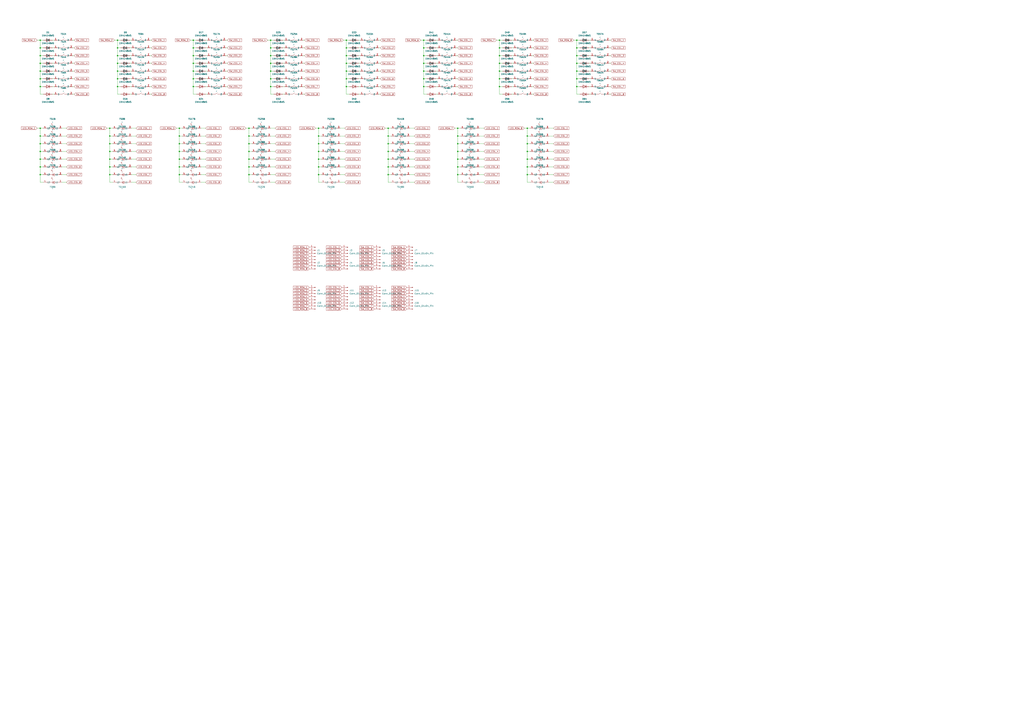
<source format=kicad_sch>
(kicad_sch (version 20231120) (generator "eeschema") (generator_version "8.0")
  (paper "A1")
  (junction (at 158.75 71.12))
  (junction (at 33.02 124.46))
  (junction (at 33.02 137.16))
  (junction (at 318.77 124.46))
  (junction (at 284.48 45.72))
  (junction (at 33.02 39.37))
  (junction (at 158.75 64.77))
  (junction (at 410.21 45.72))
  (junction (at 90.17 143.51))
  (junction (at 90.17 111.76))
  (junction (at 147.32 130.81))
  (junction (at 410.21 64.77))
  (junction (at 261.62 105.41))
  (junction (at 204.47 130.81))
  (junction (at 96.52 52.07))
  (junction (at 410.21 33.02))
  (junction (at 96.52 71.12))
  (junction (at 33.02 58.42))
  (junction (at 96.52 45.72))
  (junction (at 261.62 118.11))
  (junction (at 222.25 33.02))
  (junction (at 147.32 118.11))
  (junction (at 147.32 111.76))
  (junction (at 261.62 143.51))
  (junction (at 473.71 45.72))
  (junction (at 473.71 52.07))
  (junction (at 473.71 58.42))
  (junction (at 90.17 124.46))
  (junction (at 473.71 71.12))
  (junction (at 147.32 143.51))
  (junction (at 347.98 45.72))
  (junction (at 410.21 58.42))
  (junction (at 473.71 33.02))
  (junction (at 147.32 124.46))
  (junction (at 158.75 52.07))
  (junction (at 375.92 124.46))
  (junction (at 318.77 143.51))
  (junction (at 284.48 71.12))
  (junction (at 158.75 33.02))
  (junction (at 33.02 71.12))
  (junction (at 33.02 52.07))
  (junction (at 33.02 143.51))
  (junction (at 90.17 137.16))
  (junction (at 433.07 137.16))
  (junction (at 375.92 143.51))
  (junction (at 96.52 33.02))
  (junction (at 222.25 39.37))
  (junction (at 33.02 64.77))
  (junction (at 433.07 143.51))
  (junction (at 90.17 105.41))
  (junction (at 222.25 58.42))
  (junction (at 204.47 118.11))
  (junction (at 375.92 111.76))
  (junction (at 347.98 71.12))
  (junction (at 347.98 33.02))
  (junction (at 375.92 105.41))
  (junction (at 90.17 118.11))
  (junction (at 33.02 118.11))
  (junction (at 473.71 39.37))
  (junction (at 347.98 58.42))
  (junction (at 158.75 58.42))
  (junction (at 222.25 64.77))
  (junction (at 375.92 118.11))
  (junction (at 204.47 137.16))
  (junction (at 204.47 143.51))
  (junction (at 410.21 71.12))
  (junction (at 347.98 52.07))
  (junction (at 375.92 137.16))
  (junction (at 261.62 130.81))
  (junction (at 410.21 52.07))
  (junction (at 318.77 130.81))
  (junction (at 147.32 137.16))
  (junction (at 433.07 118.11))
  (junction (at 284.48 58.42))
  (junction (at 204.47 105.41))
  (junction (at 473.71 64.77))
  (junction (at 90.17 130.81))
  (junction (at 433.07 111.76))
  (junction (at 204.47 124.46))
  (junction (at 222.25 52.07))
  (junction (at 261.62 137.16))
  (junction (at 33.02 45.72))
  (junction (at 147.32 105.41))
  (junction (at 284.48 64.77))
  (junction (at 318.77 118.11))
  (junction (at 204.47 111.76))
  (junction (at 433.07 130.81))
  (junction (at 222.25 45.72))
  (junction (at 96.52 39.37))
  (junction (at 347.98 39.37))
  (junction (at 318.77 105.41))
  (junction (at 96.52 64.77))
  (junction (at 375.92 130.81))
  (junction (at 433.07 124.46))
  (junction (at 347.98 64.77))
  (junction (at 261.62 111.76))
  (junction (at 33.02 130.81))
  (junction (at 284.48 52.07))
  (junction (at 33.02 111.76))
  (junction (at 33.02 33.02))
  (junction (at 318.77 111.76))
  (junction (at 284.48 39.37))
  (junction (at 96.52 58.42))
  (junction (at 284.48 33.02))
  (junction (at 318.77 137.16))
  (junction (at 261.62 124.46))
  (junction (at 158.75 39.37))
  (junction (at 433.07 105.41))
  (junction (at 222.25 71.12))
  (junction (at 33.02 105.41))
  (junction (at 410.21 39.37))
  (junction (at 158.75 45.72))
  (wire (pts (xy 233.68 33.02) (xy 232.41 33.02)))
  (wire (pts (xy 147.32 137.16) (xy 149.86 137.16)))
  (wire (pts (xy 33.02 52.07) (xy 35.56 52.07)))
  (wire (pts (xy 393.7 124.46) (xy 397.51 124.46)))
  (wire (pts (xy 30.48 105.41) (xy 33.02 105.41)))
  (wire (pts (xy 347.98 45.72) (xy 350.52 45.72)))
  (wire (pts (xy 261.62 130.81) (xy 264.16 130.81)))
  (wire (pts (xy 158.75 77.47) (xy 161.29 77.47)))
  (wire (pts (xy 284.48 39.37) (xy 284.48 45.72)))
  (wire (pts (xy 250.19 39.37) (xy 248.92 39.37)))
  (wire (pts (xy 96.52 64.77) (xy 96.52 71.12)))
  (wire (pts (xy 393.7 118.11) (xy 397.51 118.11)))
  (wire (pts (xy 96.52 52.07) (xy 99.06 52.07)))
  (wire (pts (xy 473.71 58.42) (xy 473.71 64.77)))
  (wire (pts (xy 186.69 77.47) (xy 185.42 77.47)))
  (wire (pts (xy 158.75 33.02) (xy 161.29 33.02)))
  (wire (pts (xy 284.48 64.77) (xy 287.02 64.77)))
  (wire (pts (xy 336.55 149.86) (xy 340.36 149.86)))
  (wire (pts (xy 284.48 71.12) (xy 284.48 77.47)))
  (wire (pts (xy 336.55 118.11) (xy 340.36 118.11)))
  (wire (pts (xy 158.75 58.42) (xy 161.29 58.42)))
  (wire (pts (xy 261.62 105.41) (xy 261.62 111.76)))
  (wire (pts (xy 158.75 45.72) (xy 161.29 45.72)))
  (wire (pts (xy 347.98 71.12) (xy 350.52 71.12)))
  (wire (pts (xy 204.47 137.16) (xy 207.01 137.16)))
  (wire (pts (xy 485.14 39.37) (xy 483.87 39.37)))
  (wire (pts (xy 44.45 77.47) (xy 43.18 77.47)))
  (wire (pts (xy 473.71 52.07) (xy 473.71 58.42)))
  (wire (pts (xy 107.95 143.51) (xy 111.76 143.51)))
  (wire (pts (xy 433.07 143.51) (xy 433.07 149.86)))
  (wire (pts (xy 261.62 118.11) (xy 261.62 124.46)))
  (wire (pts (xy 279.4 149.86) (xy 283.21 149.86)))
  (wire (pts (xy 222.25 118.11) (xy 226.06 118.11)))
  (wire (pts (xy 96.52 33.02) (xy 99.06 33.02)))
  (wire (pts (xy 318.77 105.41) (xy 318.77 111.76)))
  (wire (pts (xy 375.92 64.77) (xy 374.65 64.77)))
  (wire (pts (xy 421.64 64.77) (xy 420.37 64.77)))
  (wire (pts (xy 147.32 111.76) (xy 149.86 111.76)))
  (wire (pts (xy 473.71 64.77) (xy 473.71 71.12)))
  (wire (pts (xy 501.65 39.37) (xy 500.38 39.37)))
  (wire (pts (xy 124.46 58.42) (xy 123.19 58.42)))
  (wire (pts (xy 485.14 64.77) (xy 483.87 64.77)))
  (wire (pts (xy 186.69 45.72) (xy 185.42 45.72)))
  (wire (pts (xy 170.18 71.12) (xy 168.91 71.12)))
  (wire (pts (xy 222.25 64.77) (xy 224.79 64.77)))
  (wire (pts (xy 450.85 143.51) (xy 454.66 143.51)))
  (wire (pts (xy 250.19 71.12) (xy 248.92 71.12)))
  (wire (pts (xy 279.4 105.41) (xy 283.21 105.41)))
  (wire (pts (xy 204.47 143.51) (xy 204.47 149.86)))
  (wire (pts (xy 473.71 45.72) (xy 473.71 52.07)))
  (wire (pts (xy 33.02 124.46) (xy 35.56 124.46)))
  (wire (pts (xy 124.46 33.02) (xy 123.19 33.02)))
  (wire (pts (xy 295.91 45.72) (xy 294.64 45.72)))
  (wire (pts (xy 279.4 130.81) (xy 283.21 130.81)))
  (wire (pts (xy 44.45 58.42) (xy 43.18 58.42)))
  (wire (pts (xy 312.42 45.72) (xy 311.15 45.72)))
  (wire (pts (xy 107.95 58.42) (xy 106.68 58.42)))
  (wire (pts (xy 473.71 77.47) (xy 476.25 77.47)))
  (wire (pts (xy 259.08 105.41) (xy 261.62 105.41)))
  (wire (pts (xy 375.92 45.72) (xy 374.65 45.72)))
  (wire (pts (xy 147.32 143.51) (xy 149.86 143.51)))
  (wire (pts (xy 222.25 149.86) (xy 226.06 149.86)))
  (wire (pts (xy 421.64 39.37) (xy 420.37 39.37)))
  (wire (pts (xy 158.75 45.72) (xy 158.75 52.07)))
  (wire (pts (xy 90.17 143.51) (xy 90.17 149.86)))
  (wire (pts (xy 107.95 71.12) (xy 106.68 71.12)))
  (wire (pts (xy 312.42 39.37) (xy 311.15 39.37)))
  (wire (pts (xy 318.77 137.16) (xy 321.31 137.16)))
  (wire (pts (xy 96.52 71.12) (xy 96.52 77.47)))
  (wire (pts (xy 50.8 118.11) (xy 54.61 118.11)))
  (wire (pts (xy 33.02 58.42) (xy 35.56 58.42)))
  (wire (pts (xy 158.75 52.07) (xy 161.29 52.07)))
  (wire (pts (xy 50.8 111.76) (xy 54.61 111.76)))
  (wire (pts (xy 158.75 39.37) (xy 161.29 39.37)))
  (wire (pts (xy 250.19 77.47) (xy 248.92 77.47)))
  (wire (pts (xy 438.15 52.07) (xy 436.88 52.07)))
  (wire (pts (xy 375.92 124.46) (xy 375.92 130.81)))
  (wire (pts (xy 375.92 124.46) (xy 378.46 124.46)))
  (wire (pts (xy 96.52 45.72) (xy 99.06 45.72)))
  (wire (pts (xy 186.69 33.02) (xy 185.42 33.02)))
  (wire (pts (xy 44.45 39.37) (xy 43.18 39.37)))
  (wire (pts (xy 204.47 149.86) (xy 207.01 149.86)))
  (wire (pts (xy 347.98 33.02) (xy 350.52 33.02)))
  (wire (pts (xy 359.41 33.02) (xy 358.14 33.02)))
  (wire (pts (xy 284.48 33.02) (xy 287.02 33.02)))
  (wire (pts (xy 90.17 124.46) (xy 92.71 124.46)))
  (wire (pts (xy 284.48 33.02) (xy 284.48 39.37)))
  (wire (pts (xy 410.21 52.07) (xy 410.21 58.42)))
  (wire (pts (xy 407.67 33.02) (xy 410.21 33.02)))
  (wire (pts (xy 158.75 52.07) (xy 158.75 58.42)))
  (wire (pts (xy 261.62 143.51) (xy 261.62 149.86)))
  (wire (pts (xy 50.8 130.81) (xy 54.61 130.81)))
  (wire (pts (xy 359.41 77.47) (xy 358.14 77.47)))
  (wire (pts (xy 261.62 105.41) (xy 264.16 105.41)))
  (wire (pts (xy 421.64 45.72) (xy 420.37 45.72)))
  (wire (pts (xy 233.68 71.12) (xy 232.41 71.12)))
  (wire (pts (xy 158.75 71.12) (xy 161.29 71.12)))
  (wire (pts (xy 33.02 45.72) (xy 33.02 52.07)))
  (wire (pts (xy 375.92 111.76) (xy 378.46 111.76)))
  (wire (pts (xy 30.48 33.02) (xy 33.02 33.02)))
  (wire (pts (xy 295.91 33.02) (xy 294.64 33.02)))
  (wire (pts (xy 433.07 124.46) (xy 433.07 130.81)))
  (wire (pts (xy 33.02 143.51) (xy 33.02 149.86)))
  (wire (pts (xy 33.02 77.47) (xy 35.56 77.47)))
  (wire (pts (xy 204.47 118.11) (xy 204.47 124.46)))
  (wire (pts (xy 375.92 118.11) (xy 378.46 118.11)))
  (wire (pts (xy 96.52 39.37) (xy 99.06 39.37)))
  (wire (pts (xy 165.1 149.86) (xy 168.91 149.86)))
  (wire (pts (xy 485.14 45.72) (xy 483.87 45.72)))
  (wire (pts (xy 107.95 130.81) (xy 111.76 130.81)))
  (wire (pts (xy 204.47 130.81) (xy 204.47 137.16)))
  (wire (pts (xy 50.8 105.41) (xy 54.61 105.41)))
  (wire (pts (xy 222.25 77.47) (xy 224.79 77.47)))
  (wire (pts (xy 33.02 143.51) (xy 35.56 143.51)))
  (wire (pts (xy 473.71 33.02) (xy 473.71 39.37)))
  (wire (pts (xy 279.4 137.16) (xy 283.21 137.16)))
  (wire (pts (xy 410.21 45.72) (xy 410.21 52.07)))
  (wire (pts (xy 107.95 124.46) (xy 111.76 124.46)))
  (wire (pts (xy 430.53 105.41) (xy 433.07 105.41)))
  (wire (pts (xy 147.32 130.81) (xy 147.32 137.16)))
  (wire (pts (xy 233.68 39.37) (xy 232.41 39.37)))
  (wire (pts (xy 219.71 33.02) (xy 222.25 33.02)))
  (wire (pts (xy 375.92 105.41) (xy 375.92 111.76)))
  (wire (pts (xy 222.25 64.77) (xy 222.25 71.12)))
  (wire (pts (xy 201.93 105.41) (xy 204.47 105.41)))
  (wire (pts (xy 222.25 33.02) (xy 222.25 39.37)))
  (wire (pts (xy 33.02 105.41) (xy 35.56 105.41)))
  (wire (pts (xy 295.91 71.12) (xy 294.64 71.12)))
  (wire (pts (xy 261.62 124.46) (xy 261.62 130.81)))
  (wire (pts (xy 421.64 71.12) (xy 420.37 71.12)))
  (wire (pts (xy 261.62 149.86) (xy 264.16 149.86)))
  (wire (pts (xy 473.71 64.77) (xy 476.25 64.77)))
  (wire (pts (xy 147.32 137.16) (xy 147.32 143.51)))
  (wire (pts (xy 336.55 111.76) (xy 340.36 111.76)))
  (wire (pts (xy 336.55 137.16) (xy 340.36 137.16)))
  (wire (pts (xy 433.07 105.41) (xy 433.07 111.76)))
  (wire (pts (xy 44.45 64.77) (xy 43.18 64.77)))
  (wire (pts (xy 501.65 52.07) (xy 500.38 52.07)))
  (wire (pts (xy 336.55 130.81) (xy 340.36 130.81)))
  (wire (pts (xy 312.42 77.47) (xy 311.15 77.47)))
  (wire (pts (xy 473.71 71.12) (xy 473.71 77.47)))
  (wire (pts (xy 433.07 111.76) (xy 433.07 118.11)))
  (wire (pts (xy 147.32 118.11) (xy 147.32 124.46)))
  (wire (pts (xy 33.02 58.42) (xy 33.02 64.77)))
  (wire (pts (xy 295.91 64.77) (xy 294.64 64.77)))
  (wire (pts (xy 485.14 71.12) (xy 483.87 71.12)))
  (wire (pts (xy 147.32 130.81) (xy 149.86 130.81)))
  (wire (pts (xy 33.02 64.77) (xy 35.56 64.77)))
  (wire (pts (xy 204.47 130.81) (xy 207.01 130.81)))
  (wire (pts (xy 473.71 33.02) (xy 476.25 33.02)))
  (wire (pts (xy 410.21 64.77) (xy 410.21 71.12)))
  (wire (pts (xy 284.48 45.72) (xy 287.02 45.72)))
  (wire (pts (xy 433.07 143.51) (xy 435.61 143.51)))
  (wire (pts (xy 295.91 52.07) (xy 294.64 52.07)))
  (wire (pts (xy 158.75 71.12) (xy 158.75 77.47)))
  (wire (pts (xy 33.02 149.86) (xy 35.56 149.86)))
  (wire (pts (xy 165.1 124.46) (xy 168.91 124.46)))
  (wire (pts (xy 284.48 52.07) (xy 287.02 52.07)))
  (wire (pts (xy 279.4 111.76) (xy 283.21 111.76)))
  (wire (pts (xy 96.52 33.02) (xy 96.52 39.37)))
  (wire (pts (xy 433.07 130.81) (xy 435.61 130.81)))
  (wire (pts (xy 96.52 52.07) (xy 96.52 58.42)))
  (wire (pts (xy 96.52 77.47) (xy 99.06 77.47)))
  (wire (pts (xy 347.98 39.37) (xy 350.52 39.37)))
  (wire (pts (xy 410.21 58.42) (xy 410.21 64.77)))
  (wire (pts (xy 433.07 137.16) (xy 433.07 143.51)))
  (wire (pts (xy 295.91 58.42) (xy 294.64 58.42)))
  (wire (pts (xy 438.15 33.02) (xy 436.88 33.02)))
  (wire (pts (xy 410.21 77.47) (xy 412.75 77.47)))
  (wire (pts (xy 318.77 124.46) (xy 321.31 124.46)))
  (wire (pts (xy 316.23 105.41) (xy 318.77 105.41)))
  (wire (pts (xy 186.69 52.07) (xy 185.42 52.07)))
  (wire (pts (xy 261.62 124.46) (xy 264.16 124.46)))
  (wire (pts (xy 107.95 39.37) (xy 106.68 39.37)))
  (wire (pts (xy 295.91 77.47) (xy 294.64 77.47)))
  (wire (pts (xy 107.95 33.02) (xy 106.68 33.02)))
  (wire (pts (xy 165.1 118.11) (xy 168.91 118.11)))
  (wire (pts (xy 410.21 71.12) (xy 412.75 71.12)))
  (wire (pts (xy 336.55 124.46) (xy 340.36 124.46)))
  (wire (pts (xy 233.68 45.72) (xy 232.41 45.72)))
  (wire (pts (xy 33.02 130.81) (xy 35.56 130.81)))
  (wire (pts (xy 33.02 33.02) (xy 35.56 33.02)))
  (wire (pts (xy 501.65 64.77) (xy 500.38 64.77)))
  (wire (pts (xy 90.17 105.41) (xy 90.17 111.76)))
  (wire (pts (xy 90.17 124.46) (xy 90.17 130.81)))
  (wire (pts (xy 318.77 143.51) (xy 321.31 143.51)))
  (wire (pts (xy 347.98 33.02) (xy 347.98 39.37)))
  (wire (pts (xy 393.7 130.81) (xy 397.51 130.81)))
  (wire (pts (xy 124.46 39.37) (xy 123.19 39.37)))
  (wire (pts (xy 222.25 71.12) (xy 224.79 71.12)))
  (wire (pts (xy 124.46 77.47) (xy 123.19 77.47)))
  (wire (pts (xy 165.1 137.16) (xy 168.91 137.16)))
  (wire (pts (xy 318.77 137.16) (xy 318.77 143.51)))
  (wire (pts (xy 204.47 105.41) (xy 204.47 111.76)))
  (wire (pts (xy 250.19 64.77) (xy 248.92 64.77)))
  (wire (pts (xy 96.52 58.42) (xy 99.06 58.42)))
  (wire (pts (xy 158.75 64.77) (xy 158.75 71.12)))
  (wire (pts (xy 284.48 58.42) (xy 287.02 58.42)))
  (wire (pts (xy 233.68 64.77) (xy 232.41 64.77)))
  (wire (pts (xy 222.25 52.07) (xy 224.79 52.07)))
  (wire (pts (xy 250.19 33.02) (xy 248.92 33.02)))
  (wire (pts (xy 233.68 58.42) (xy 232.41 58.42)))
  (wire (pts (xy 318.77 118.11) (xy 318.77 124.46)))
  (wire (pts (xy 375.92 143.51) (xy 378.46 143.51)))
  (wire (pts (xy 375.92 149.86) (xy 378.46 149.86)))
  (wire (pts (xy 410.21 39.37) (xy 410.21 45.72)))
  (wire (pts (xy 318.77 105.41) (xy 321.31 105.41)))
  (wire (pts (xy 375.92 130.81) (xy 378.46 130.81)))
  (wire (pts (xy 158.75 39.37) (xy 158.75 45.72)))
  (wire (pts (xy 50.8 124.46) (xy 54.61 124.46)))
  (wire (pts (xy 170.18 33.02) (xy 168.91 33.02)))
  (wire (pts (xy 359.41 39.37) (xy 358.14 39.37)))
  (wire (pts (xy 471.17 33.02) (xy 473.71 33.02)))
  (wire (pts (xy 473.71 58.42) (xy 476.25 58.42)))
  (wire (pts (xy 485.14 33.02) (xy 483.87 33.02)))
  (wire (pts (xy 170.18 45.72) (xy 168.91 45.72)))
  (wire (pts (xy 233.68 52.07) (xy 232.41 52.07)))
  (wire (pts (xy 204.47 118.11) (xy 207.01 118.11)))
  (wire (pts (xy 473.71 39.37) (xy 473.71 45.72)))
  (wire (pts (xy 421.64 77.47) (xy 420.37 77.47)))
  (wire (pts (xy 438.15 64.77) (xy 436.88 64.77)))
  (wire (pts (xy 318.77 130.81) (xy 318.77 137.16)))
  (wire (pts (xy 375.92 105.41) (xy 378.46 105.41)))
  (wire (pts (xy 96.52 71.12) (xy 99.06 71.12)))
  (wire (pts (xy 158.75 33.02) (xy 158.75 39.37)))
  (wire (pts (xy 170.18 52.07) (xy 168.91 52.07)))
  (wire (pts (xy 393.7 137.16) (xy 397.51 137.16)))
  (wire (pts (xy 438.15 71.12) (xy 436.88 71.12)))
  (wire (pts (xy 261.62 137.16) (xy 261.62 143.51)))
  (wire (pts (xy 347.98 58.42) (xy 347.98 64.77)))
  (wire (pts (xy 90.17 137.16) (xy 90.17 143.51)))
  (wire (pts (xy 33.02 111.76) (xy 35.56 111.76)))
  (wire (pts (xy 433.07 118.11) (xy 433.07 124.46)))
  (wire (pts (xy 124.46 71.12) (xy 123.19 71.12)))
  (wire (pts (xy 147.32 124.46) (xy 147.32 130.81)))
  (wire (pts (xy 147.32 105.41) (xy 147.32 111.76)))
  (wire (pts (xy 60.96 33.02) (xy 59.69 33.02)))
  (wire (pts (xy 90.17 118.11) (xy 90.17 124.46)))
  (wire (pts (xy 147.32 118.11) (xy 149.86 118.11)))
  (wire (pts (xy 318.77 149.86) (xy 321.31 149.86)))
  (wire (pts (xy 284.48 45.72) (xy 284.48 52.07)))
  (wire (pts (xy 33.02 130.81) (xy 33.02 137.16)))
  (wire (pts (xy 485.14 52.07) (xy 483.87 52.07)))
  (wire (pts (xy 107.95 64.77) (xy 106.68 64.77)))
  (wire (pts (xy 90.17 111.76) (xy 92.71 111.76)))
  (wire (pts (xy 186.69 71.12) (xy 185.42 71.12)))
  (wire (pts (xy 186.69 64.77) (xy 185.42 64.77)))
  (wire (pts (xy 421.64 52.07) (xy 420.37 52.07)))
  (wire (pts (xy 450.85 149.86) (xy 454.66 149.86)))
  (wire (pts (xy 410.21 52.07) (xy 412.75 52.07)))
  (wire (pts (xy 90.17 143.51) (xy 92.71 143.51)))
  (wire (pts (xy 375.92 33.02) (xy 374.65 33.02)))
  (wire (pts (xy 318.77 130.81) (xy 321.31 130.81)))
  (wire (pts (xy 295.91 39.37) (xy 294.64 39.37)))
  (wire (pts (xy 60.96 77.47) (xy 59.69 77.47)))
  (wire (pts (xy 33.02 105.41) (xy 33.02 111.76)))
  (wire (pts (xy 60.96 45.72) (xy 59.69 45.72)))
  (wire (pts (xy 375.92 52.07) (xy 374.65 52.07)))
  (wire (pts (xy 433.07 111.76) (xy 435.61 111.76)))
  (wire (pts (xy 222.25 58.42) (xy 224.79 58.42)))
  (wire (pts (xy 433.07 149.86) (xy 435.61 149.86)))
  (wire (pts (xy 261.62 143.51) (xy 264.16 143.51)))
  (wire (pts (xy 90.17 105.41) (xy 92.71 105.41)))
  (wire (pts (xy 450.85 111.76) (xy 454.66 111.76)))
  (wire (pts (xy 284.48 58.42) (xy 284.48 64.77)))
  (wire (pts (xy 147.32 105.41) (xy 149.86 105.41)))
  (wire (pts (xy 485.14 77.47) (xy 483.87 77.47)))
  (wire (pts (xy 96.52 39.37) (xy 96.52 45.72)))
  (wire (pts (xy 33.02 111.76) (xy 33.02 118.11)))
  (wire (pts (xy 222.25 71.12) (xy 222.25 77.47)))
  (wire (pts (xy 90.17 118.11) (xy 92.71 118.11)))
  (wire (pts (xy 33.02 118.11) (xy 35.56 118.11)))
  (wire (pts (xy 93.98 33.02) (xy 96.52 33.02)))
  (wire (pts (xy 250.19 52.07) (xy 248.92 52.07)))
  (wire (pts (xy 375.92 77.47) (xy 374.65 77.47)))
  (wire (pts (xy 261.62 111.76) (xy 261.62 118.11)))
  (wire (pts (xy 375.92 130.81) (xy 375.92 137.16)))
  (wire (pts (xy 96.52 45.72) (xy 96.52 52.07)))
  (wire (pts (xy 107.95 105.41) (xy 111.76 105.41)))
  (wire (pts (xy 393.7 111.76) (xy 397.51 111.76)))
  (wire (pts (xy 347.98 52.07) (xy 350.52 52.07)))
  (wire (pts (xy 410.21 33.02) (xy 412.75 33.02)))
  (wire (pts (xy 147.32 124.46) (xy 149.86 124.46)))
  (wire (pts (xy 33.02 137.16) (xy 33.02 143.51)))
  (wire (pts (xy 222.25 52.07) (xy 222.25 58.42)))
  (wire (pts (xy 438.15 77.47) (xy 436.88 77.47)))
  (wire (pts (xy 501.65 33.02) (xy 500.38 33.02)))
  (wire (pts (xy 96.52 64.77) (xy 99.06 64.77)))
  (wire (pts (xy 318.77 118.11) (xy 321.31 118.11)))
  (wire (pts (xy 33.02 71.12) (xy 35.56 71.12)))
  (wire (pts (xy 222.25 39.37) (xy 224.79 39.37)))
  (wire (pts (xy 284.48 71.12) (xy 287.02 71.12)))
  (wire (pts (xy 222.25 45.72) (xy 224.79 45.72)))
  (wire (pts (xy 375.92 118.11) (xy 375.92 124.46)))
  (wire (pts (xy 165.1 111.76) (xy 168.91 111.76)))
  (wire (pts (xy 312.42 52.07) (xy 311.15 52.07)))
  (wire (pts (xy 450.85 118.11) (xy 454.66 118.11)))
  (wire (pts (xy 90.17 149.86) (xy 92.71 149.86)))
  (wire (pts (xy 33.02 33.02) (xy 33.02 39.37)))
  (wire (pts (xy 450.85 130.81) (xy 454.66 130.81)))
  (wire (pts (xy 312.42 71.12) (xy 311.15 71.12)))
  (wire (pts (xy 473.71 71.12) (xy 476.25 71.12)))
  (wire (pts (xy 433.07 130.81) (xy 433.07 137.16)))
  (wire (pts (xy 50.8 137.16) (xy 54.61 137.16)))
  (wire (pts (xy 279.4 118.11) (xy 283.21 118.11)))
  (wire (pts (xy 107.95 77.47) (xy 106.68 77.47)))
  (wire (pts (xy 204.47 143.51) (xy 207.01 143.51)))
  (wire (pts (xy 438.15 39.37) (xy 436.88 39.37)))
  (wire (pts (xy 250.19 45.72) (xy 248.92 45.72)))
  (wire (pts (xy 107.95 45.72) (xy 106.68 45.72)))
  (wire (pts (xy 347.98 77.47) (xy 350.52 77.47)))
  (wire (pts (xy 485.14 58.42) (xy 483.87 58.42)))
  (wire (pts (xy 347.98 45.72) (xy 347.98 52.07)))
  (wire (pts (xy 501.65 77.47) (xy 500.38 77.47)))
  (wire (pts (xy 156.21 33.02) (xy 158.75 33.02)))
  (wire (pts (xy 450.85 137.16) (xy 454.66 137.16)))
  (wire (pts (xy 279.4 124.46) (xy 283.21 124.46)))
  (wire (pts (xy 90.17 137.16) (xy 92.71 137.16)))
  (wire (pts (xy 33.02 39.37) (xy 33.02 45.72)))
  (wire (pts (xy 90.17 130.81) (xy 90.17 137.16)))
  (wire (pts (xy 375.92 58.42) (xy 374.65 58.42)))
  (wire (pts (xy 33.02 118.11) (xy 33.02 124.46)))
  (wire (pts (xy 165.1 105.41) (xy 168.91 105.41)))
  (wire (pts (xy 393.7 143.51) (xy 397.51 143.51)))
  (wire (pts (xy 410.21 45.72) (xy 412.75 45.72)))
  (wire (pts (xy 261.62 130.81) (xy 261.62 137.16)))
  (wire (pts (xy 433.07 105.41) (xy 435.61 105.41)))
  (wire (pts (xy 433.07 124.46) (xy 435.61 124.46)))
  (wire (pts (xy 450.85 105.41) (xy 454.66 105.41)))
  (wire (pts (xy 410.21 64.77) (xy 412.75 64.77)))
  (wire (pts (xy 87.63 105.41) (xy 90.17 105.41)))
  (wire (pts (xy 375.92 111.76) (xy 375.92 118.11)))
  (wire (pts (xy 375.92 71.12) (xy 374.65 71.12)))
  (wire (pts (xy 345.44 33.02) (xy 347.98 33.02)))
  (wire (pts (xy 33.02 39.37) (xy 35.56 39.37)))
  (wire (pts (xy 375.92 143.51) (xy 375.92 149.86)))
  (wire (pts (xy 33.02 124.46) (xy 33.02 130.81)))
  (wire (pts (xy 60.96 39.37) (xy 59.69 39.37)))
  (wire (pts (xy 222.25 58.42) (xy 222.25 64.77)))
  (wire (pts (xy 410.21 39.37) (xy 412.75 39.37)))
  (wire (pts (xy 204.47 111.76) (xy 207.01 111.76)))
  (wire (pts (xy 261.62 111.76) (xy 264.16 111.76)))
  (wire (pts (xy 312.42 58.42) (xy 311.15 58.42)))
  (wire (pts (xy 144.78 105.41) (xy 147.32 105.41)))
  (wire (pts (xy 107.95 137.16) (xy 111.76 137.16)))
  (wire (pts (xy 336.55 143.51) (xy 340.36 143.51)))
  (wire (pts (xy 279.4 143.51) (xy 283.21 143.51)))
  (wire (pts (xy 124.46 45.72) (xy 123.19 45.72)))
  (wire (pts (xy 501.65 71.12) (xy 500.38 71.12)))
  (wire (pts (xy 347.98 64.77) (xy 347.98 71.12)))
  (wire (pts (xy 50.8 143.51) (xy 54.61 143.51)))
  (wire (pts (xy 90.17 111.76) (xy 90.17 118.11)))
  (wire (pts (xy 44.45 33.02) (xy 43.18 33.02)))
  (wire (pts (xy 284.48 52.07) (xy 284.48 58.42)))
  (wire (pts (xy 473.71 45.72) (xy 476.25 45.72)))
  (wire (pts (xy 261.62 137.16) (xy 264.16 137.16)))
  (wire (pts (xy 170.18 58.42) (xy 168.91 58.42)))
  (wire (pts (xy 90.17 130.81) (xy 92.71 130.81)))
  (wire (pts (xy 50.8 149.86) (xy 54.61 149.86)))
  (wire (pts (xy 501.65 45.72) (xy 500.38 45.72)))
  (wire (pts (xy 347.98 71.12) (xy 347.98 77.47)))
  (wire (pts (xy 107.95 118.11) (xy 111.76 118.11)))
  (wire (pts (xy 284.48 64.77) (xy 284.48 71.12)))
  (wire (pts (xy 410.21 33.02) (xy 410.21 39.37)))
  (wire (pts (xy 44.45 71.12) (xy 43.18 71.12)))
  (wire (pts (xy 222.25 111.76) (xy 226.06 111.76)))
  (wire (pts (xy 318.77 124.46) (xy 318.77 130.81)))
  (wire (pts (xy 359.41 64.77) (xy 358.14 64.77)))
  (wire (pts (xy 233.68 77.47) (xy 232.41 77.47)))
  (wire (pts (xy 312.42 33.02) (xy 311.15 33.02)))
  (wire (pts (xy 501.65 58.42) (xy 500.38 58.42)))
  (wire (pts (xy 284.48 39.37) (xy 287.02 39.37)))
  (wire (pts (xy 147.32 149.86) (xy 149.86 149.86)))
  (wire (pts (xy 107.95 111.76) (xy 111.76 111.76)))
  (wire (pts (xy 438.15 58.42) (xy 436.88 58.42)))
  (wire (pts (xy 281.94 33.02) (xy 284.48 33.02)))
  (wire (pts (xy 33.02 64.77) (xy 33.02 71.12)))
  (wire (pts (xy 222.25 45.72) (xy 222.25 52.07)))
  (wire (pts (xy 158.75 64.77) (xy 161.29 64.77)))
  (wire (pts (xy 44.45 52.07) (xy 43.18 52.07)))
  (wire (pts (xy 147.32 143.51) (xy 147.32 149.86)))
  (wire (pts (xy 318.77 143.51) (xy 318.77 149.86)))
  (wire (pts (xy 60.96 64.77) (xy 59.69 64.77)))
  (wire (pts (xy 124.46 64.77) (xy 123.19 64.77)))
  (wire (pts (xy 44.45 45.72) (xy 43.18 45.72)))
  (wire (pts (xy 222.25 105.41) (xy 226.06 105.41)))
  (wire (pts (xy 284.48 77.47) (xy 287.02 77.47)))
  (wire (pts (xy 359.41 58.42) (xy 358.14 58.42)))
  (wire (pts (xy 186.69 39.37) (xy 185.42 39.37)))
  (wire (pts (xy 60.96 58.42) (xy 59.69 58.42)))
  (wire (pts (xy 347.98 52.07) (xy 347.98 58.42)))
  (wire (pts (xy 359.41 52.07) (xy 358.14 52.07)))
  (wire (pts (xy 433.07 137.16) (xy 435.61 137.16)))
  (wire (pts (xy 250.19 58.42) (xy 248.92 58.42)))
  (wire (pts (xy 170.18 77.47) (xy 168.91 77.47)))
  (wire (pts (xy 60.96 71.12) (xy 59.69 71.12)))
  (wire (pts (xy 124.46 52.07) (xy 123.19 52.07)))
  (wire (pts (xy 261.62 118.11) (xy 264.16 118.11)))
  (wire (pts (xy 107.95 52.07) (xy 106.68 52.07)))
  (wire (pts (xy 410.21 71.12) (xy 410.21 77.47)))
  (wire (pts (xy 186.69 58.42) (xy 185.42 58.42)))
  (wire (pts (xy 33.02 52.07) (xy 33.02 58.42)))
  (wire (pts (xy 204.47 105.41) (xy 207.01 105.41)))
  (wire (pts (xy 318.77 111.76) (xy 318.77 118.11)))
  (wire (pts (xy 96.52 58.42) (xy 96.52 64.77)))
  (wire (pts (xy 107.95 149.86) (xy 111.76 149.86)))
  (wire (pts (xy 222.25 143.51) (xy 226.06 143.51)))
  (wire (pts (xy 318.77 111.76) (xy 321.31 111.76)))
  (wire (pts (xy 222.25 124.46) (xy 226.06 124.46)))
  (wire (pts (xy 359.41 45.72) (xy 358.14 45.72)))
  (wire (pts (xy 359.41 71.12) (xy 358.14 71.12)))
  (wire (pts (xy 222.25 39.37) (xy 222.25 45.72)))
  (wire (pts (xy 393.7 105.41) (xy 397.51 105.41)))
  (wire (pts (xy 158.75 58.42) (xy 158.75 64.77)))
  (wire (pts (xy 421.64 33.02) (xy 420.37 33.02)))
  (wire (pts (xy 222.25 33.02) (xy 224.79 33.02)))
  (wire (pts (xy 222.25 137.16) (xy 226.06 137.16)))
  (wire (pts (xy 347.98 39.37) (xy 347.98 45.72)))
  (wire (pts (xy 165.1 143.51) (xy 168.91 143.51)))
  (wire (pts (xy 33.02 71.12) (xy 33.02 77.47)))
  (wire (pts (xy 147.32 111.76) (xy 147.32 118.11)))
  (wire (pts (xy 433.07 118.11) (xy 435.61 118.11)))
  (wire (pts (xy 375.92 137.16) (xy 378.46 137.16)))
  (wire (pts (xy 347.98 58.42) (xy 350.52 58.42)))
  (wire (pts (xy 204.47 124.46) (xy 207.01 124.46)))
  (wire (pts (xy 204.47 124.46) (xy 204.47 130.81)))
  (wire (pts (xy 347.98 64.77) (xy 350.52 64.77)))
  (wire (pts (xy 375.92 137.16) (xy 375.92 143.51)))
  (wire (pts (xy 375.92 39.37) (xy 374.65 39.37)))
  (wire (pts (xy 222.25 130.81) (xy 226.06 130.81)))
  (wire (pts (xy 473.71 52.07) (xy 476.25 52.07)))
  (wire (pts (xy 170.18 64.77) (xy 168.91 64.77)))
  (wire (pts (xy 33.02 137.16) (xy 35.56 137.16)))
  (wire (pts (xy 165.1 130.81) (xy 168.91 130.81)))
  (wire (pts (xy 393.7 149.86) (xy 397.51 149.86)))
  (wire (pts (xy 312.42 64.77) (xy 311.15 64.77)))
  (wire (pts (xy 33.02 45.72) (xy 35.56 45.72)))
  (wire (pts (xy 336.55 105.41) (xy 340.36 105.41)))
  (wire (pts (xy 421.64 58.42) (xy 420.37 58.42)))
  (wire (pts (xy 450.85 124.46) (xy 454.66 124.46)))
  (wire (pts (xy 373.38 105.41) (xy 375.92 105.41)))
  (wire (pts (xy 473.71 39.37) (xy 476.25 39.37)))
  (wire (pts (xy 438.15 45.72) (xy 436.88 45.72)))
  (wire (pts (xy 204.47 111.76) (xy 204.47 118.11)))
  (wire (pts (xy 60.96 52.07) (xy 59.69 52.07)))
  (wire (pts (xy 410.21 58.42) (xy 412.75 58.42)))
  (wire (pts (xy 204.47 137.16) (xy 204.47 143.51)))
  (wire (pts (xy 170.18 39.37) (xy 168.91 39.37)))
  (global_label "LED_COL_5" (shape input) (at 54.61 130.81 0) (property "Intersheetrefs" "${INTERSHEET_REFS}" (effects (hide yes))))
  (global_label "LED_COL_7" (shape input) (at 226.06 143.51 0) (property "Intersheetrefs" "${INTERSHEET_REFS}" (effects (hide yes))))
  (global_label "LED_COL_8" (shape input) (at 340.36 149.86 0) (property "Intersheetrefs" "${INTERSHEET_REFS}" (effects (hide yes))))
  (global_label "SW_COL_8" (shape input) (at 250.19 77.47 0) (property "Intersheetrefs" "${INTERSHEET_REFS}" (effects (hide yes))))
  (global_label "LED_COL_5" (shape input) (at 454.66 130.81 0) (property "Intersheetrefs" "${INTERSHEET_REFS}" (effects (hide yes))))
  (global_label "SW_COL_3" (shape input) (at 375.92 45.72 0) (property "Intersheetrefs" "${INTERSHEET_REFS}" (effects (hide yes))))
  (global_label "LED_COL_3" (shape input) (at 397.51 118.11 0) (property "Intersheetrefs" "${INTERSHEET_REFS}" (effects (hide yes))))
  (global_label "LED_ROW_7" (shape input) (at 254 218.44 180) (property "Intersheetrefs" "${INTERSHEET_REFS}" (effects (hide yes))))
  (global_label "LED_COL_6" (shape input) (at 454.66 137.16 0) (property "Intersheetrefs" "${INTERSHEET_REFS}" (effects (hide yes))))
  (global_label "SW_COL_1" (shape input) (at 312.42 33.02 0) (property "Intersheetrefs" "${INTERSHEET_REFS}" (effects (hide yes))))
  (global_label "LED_COL_3" (shape input) (at 340.36 118.11 0) (property "Intersheetrefs" "${INTERSHEET_REFS}" (effects (hide yes))))
  (global_label "SW_ROW_6" (shape input) (at 345.44 33.02 180) (property "Intersheetrefs" "${INTERSHEET_REFS}" (effects (hide yes))))
  (global_label "SW_COL_2" (shape input) (at 312.42 39.37 0) (property "Intersheetrefs" "${INTERSHEET_REFS}" (effects (hide yes))))
  (global_label "SW_ROW_5" (shape input) (at 281.94 33.02 180) (property "Intersheetrefs" "${INTERSHEET_REFS}" (effects (hide yes))))
  (global_label "SW_COL_8" (shape input) (at 124.46 77.47 0) (property "Intersheetrefs" "${INTERSHEET_REFS}" (effects (hide yes))))
  (global_label "SW_COL_7" (shape input) (at 250.19 71.12 0) (property "Intersheetrefs" "${INTERSHEET_REFS}" (effects (hide yes))))
  (global_label "LED_COL_7" (shape input) (at 54.61 143.51 0) (property "Intersheetrefs" "${INTERSHEET_REFS}" (effects (hide yes))))
  (global_label "SW_ROW_4" (shape input) (at 334.01 243.84 180) (property "Intersheetrefs" "${INTERSHEET_REFS}" (effects (hide yes))))
  (global_label "LED_ROW_5" (shape input) (at 254 213.36 180) (property "Intersheetrefs" "${INTERSHEET_REFS}" (effects (hide yes))))
  (global_label "LED_COL_5" (shape input) (at 280.67 213.36 180) (property "Intersheetrefs" "${INTERSHEET_REFS}" (effects (hide yes))))
  (global_label "LED_ROW_5" (shape input) (at 259.08 105.41 180) (property "Intersheetrefs" "${INTERSHEET_REFS}" (effects (hide yes))))
  (global_label "LED_COL_1" (shape input) (at 54.61 105.41 0) (property "Intersheetrefs" "${INTERSHEET_REFS}" (effects (hide yes))))
  (global_label "SW_ROW_2" (shape input) (at 334.01 238.76 180) (property "Intersheetrefs" "${INTERSHEET_REFS}" (effects (hide yes))))
  (global_label "LED_COL_4" (shape input) (at 283.21 124.46 0) (property "Intersheetrefs" "${INTERSHEET_REFS}" (effects (hide yes))))
  (global_label "SW_COL_4" (shape input) (at 375.92 52.07 0) (property "Intersheetrefs" "${INTERSHEET_REFS}" (effects (hide yes))))
  (global_label "LED_COL_1" (shape input) (at 283.21 105.41 0) (property "Intersheetrefs" "${INTERSHEET_REFS}" (effects (hide yes))))
  (global_label "SW_COL_7" (shape input) (at 60.96 71.12 0) (property "Intersheetrefs" "${INTERSHEET_REFS}" (effects (hide yes))))
  (global_label "LED_COL_8" (shape input) (at 111.76 149.86 0) (property "Intersheetrefs" "${INTERSHEET_REFS}" (effects (hide yes))))
  (global_label "LED_ROW_7" (shape input) (at 373.38 105.41 180) (property "Intersheetrefs" "${INTERSHEET_REFS}" (effects (hide yes))))
  (global_label "SW_ROW_6" (shape input) (at 334.01 248.92 180) (property "Intersheetrefs" "${INTERSHEET_REFS}" (effects (hide yes))))
  (global_label "SW_ROW_8" (shape input) (at 471.17 33.02 180) (property "Intersheetrefs" "${INTERSHEET_REFS}" (effects (hide yes))))
  (global_label "LED_ROW_1" (shape input) (at 30.48 105.41 180) (property "Intersheetrefs" "${INTERSHEET_REFS}" (effects (hide yes))))
  (global_label "SW_COL_8" (shape input) (at 312.42 77.47 0) (property "Intersheetrefs" "${INTERSHEET_REFS}" (effects (hide yes))))
  (global_label "LED_COL_1" (shape input) (at 280.67 236.22 180) (property "Intersheetrefs" "${INTERSHEET_REFS}" (effects (hide yes))))
  (global_label "SW_COL_1" (shape input) (at 438.15 33.02 0) (property "Intersheetrefs" "${INTERSHEET_REFS}" (effects (hide yes))))
  (global_label "SW_COL_4" (shape input) (at 60.96 52.07 0) (property "Intersheetrefs" "${INTERSHEET_REFS}" (effects (hide yes))))
  (global_label "LED_COL_5" (shape input) (at 397.51 130.81 0) (property "Intersheetrefs" "${INTERSHEET_REFS}" (effects (hide yes))))
  (global_label "LED_COL_6" (shape input) (at 226.06 137.16 0) (property "Intersheetrefs" "${INTERSHEET_REFS}" (effects (hide yes))))
  (global_label "SW_COL_6" (shape input) (at 60.96 64.77 0) (property "Intersheetrefs" "${INTERSHEET_REFS}" (effects (hide yes))))
  (global_label "SW_COL_7" (shape input) (at 438.15 71.12 0) (property "Intersheetrefs" "${INTERSHEET_REFS}" (effects (hide yes))))
  (global_label "LED_ROW_1" (shape input) (at 254 203.2 180) (property "Intersheetrefs" "${INTERSHEET_REFS}" (effects (hide yes))))
  (global_label "SW_ROW_2" (shape input) (at 93.98 33.02 180) (property "Intersheetrefs" "${INTERSHEET_REFS}" (effects (hide yes))))
  (global_label "SW_ROW_4" (shape input) (at 219.71 33.02 180) (property "Intersheetrefs" "${INTERSHEET_REFS}" (effects (hide yes))))
  (global_label "SW_COL_3" (shape input) (at 307.34 241.3 180) (property "Intersheetrefs" "${INTERSHEET_REFS}" (effects (hide yes))))
  (global_label "SW_COL_4" (shape input) (at 307.34 210.82 180) (property "Intersheetrefs" "${INTERSHEET_REFS}" (effects (hide yes))))
  (global_label "LED_COL_3" (shape input) (at 168.91 118.11 0) (property "Intersheetrefs" "${INTERSHEET_REFS}" (effects (hide yes))))
  (global_label "SW_COL_5" (shape input) (at 438.15 58.42 0) (property "Intersheetrefs" "${INTERSHEET_REFS}" (effects (hide yes))))
  (global_label "SW_COL_6" (shape input) (at 438.15 64.77 0) (property "Intersheetrefs" "${INTERSHEET_REFS}" (effects (hide yes))))
  (global_label "SW_COL_3" (shape input) (at 60.96 45.72 0) (property "Intersheetrefs" "${INTERSHEET_REFS}" (effects (hide yes))))
  (global_label "LED_COL_4" (shape input) (at 226.06 124.46 0) (property "Intersheetrefs" "${INTERSHEET_REFS}" (effects (hide yes))))
  (global_label "LED_COL_4" (shape input) (at 397.51 124.46 0) (property "Intersheetrefs" "${INTERSHEET_REFS}" (effects (hide yes))))
  (global_label "LED_ROW_5" (shape input) (at 254 246.38 180) (property "Intersheetrefs" "${INTERSHEET_REFS}" (effects (hide yes))))
  (global_label "LED_COL_6" (shape input) (at 280.67 248.92 180) (property "Intersheetrefs" "${INTERSHEET_REFS}" (effects (hide yes))))
  (global_label "SW_COL_4" (shape input) (at 438.15 52.07 0) (property "Intersheetrefs" "${INTERSHEET_REFS}" (effects (hide yes))))
  (global_label "SW_COL_3" (shape input) (at 312.42 45.72 0) (property "Intersheetrefs" "${INTERSHEET_REFS}" (effects (hide yes))))
  (global_label "SW_COL_5" (shape input) (at 186.69 58.42 0) (property "Intersheetrefs" "${INTERSHEET_REFS}" (effects (hide yes))))
  (global_label "LED_COL_4" (shape input) (at 111.76 124.46 0) (property "Intersheetrefs" "${INTERSHEET_REFS}" (effects (hide yes))))
  (global_label "SW_ROW_1" (shape input) (at 334.01 203.2 180) (property "Intersheetrefs" "${INTERSHEET_REFS}" (effects (hide yes))))
  (global_label "LED_COL_1" (shape input) (at 280.67 203.2 180) (property "Intersheetrefs" "${INTERSHEET_REFS}" (effects (hide yes))))
  (global_label "LED_COL_8" (shape input) (at 168.91 149.86 0) (property "Intersheetrefs" "${INTERSHEET_REFS}" (effects (hide yes))))
  (global_label "SW_COL_8" (shape input) (at 438.15 77.47 0) (property "Intersheetrefs" "${INTERSHEET_REFS}" (effects (hide yes))))
  (global_label "LED_ROW_2" (shape input) (at 254 205.74 180) (property "Intersheetrefs" "${INTERSHEET_REFS}" (effects (hide yes))))
  (global_label "SW_ROW_4" (shape input) (at 334.01 210.82 180) (property "Intersheetrefs" "${INTERSHEET_REFS}" (effects (hide yes))))
  (global_label "SW_COL_4" (shape input) (at 501.65 52.07 0) (property "Intersheetrefs" "${INTERSHEET_REFS}" (effects (hide yes))))
  (global_label "SW_COL_7" (shape input) (at 307.34 218.44 180) (property "Intersheetrefs" "${INTERSHEET_REFS}" (effects (hide yes))))
  (global_label "LED_COL_7" (shape input) (at 283.21 143.51 0) (property "Intersheetrefs" "${INTERSHEET_REFS}" (effects (hide yes))))
  (global_label "SW_COL_4" (shape input) (at 307.34 243.84 180) (property "Intersheetrefs" "${INTERSHEET_REFS}" (effects (hide yes))))
  (global_label "LED_COL_1" (shape input) (at 340.36 105.41 0) (property "Intersheetrefs" "${INTERSHEET_REFS}" (effects (hide yes))))
  (global_label "SW_COL_6" (shape input) (at 250.19 64.77 0) (property "Intersheetrefs" "${INTERSHEET_REFS}" (effects (hide yes))))
  (global_label "SW_COL_5" (shape input) (at 250.19 58.42 0) (property "Intersheetrefs" "${INTERSHEET_REFS}" (effects (hide yes))))
  (global_label "SW_COL_2" (shape input) (at 375.92 39.37 0) (property "Intersheetrefs" "${INTERSHEET_REFS}" (effects (hide yes))))
  (global_label "SW_COL_3" (shape input) (at 501.65 45.72 0) (property "Intersheetrefs" "${INTERSHEET_REFS}" (effects (hide yes))))
  (global_label "SW_COL_7" (shape input) (at 186.69 71.12 0) (property "Intersheetrefs" "${INTERSHEET_REFS}" (effects (hide yes))))
  (global_label "LED_COL_5" (shape input) (at 340.36 130.81 0) (property "Intersheetrefs" "${INTERSHEET_REFS}" (effects (hide yes))))
  (global_label "SW_COL_1" (shape input) (at 375.92 33.02 0) (property "Intersheetrefs" "${INTERSHEET_REFS}" (effects (hide yes))))
  (global_label "SW_COL_5" (shape input) (at 307.34 213.36 180) (property "Intersheetrefs" "${INTERSHEET_REFS}" (effects (hide yes))))
  (global_label "SW_COL_2" (shape input) (at 501.65 39.37 0) (property "Intersheetrefs" "${INTERSHEET_REFS}" (effects (hide yes))))
  (global_label "LED_ROW_7" (shape input) (at 254 251.46 180) (property "Intersheetrefs" "${INTERSHEET_REFS}" (effects (hide yes))))
  (global_label "LED_COL_2" (shape input) (at 340.36 111.76 0) (property "Intersheetrefs" "${INTERSHEET_REFS}" (effects (hide yes))))
  (global_label "SW_COL_2" (shape input) (at 124.46 39.37 0) (property "Intersheetrefs" "${INTERSHEET_REFS}" (effects (hide yes))))
  (global_label "SW_ROW_5" (shape input) (at 334.01 213.36 180) (property "Intersheetrefs" "${INTERSHEET_REFS}" (effects (hide yes))))
  (global_label "LED_COL_3" (shape input) (at 454.66 118.11 0) (property "Intersheetrefs" "${INTERSHEET_REFS}" (effects (hide yes))))
  (global_label "LED_COL_4" (shape input) (at 168.91 124.46 0) (property "Intersheetrefs" "${INTERSHEET_REFS}" (effects (hide yes))))
  (global_label "SW_COL_2" (shape input) (at 186.69 39.37 0) (property "Intersheetrefs" "${INTERSHEET_REFS}" (effects (hide yes))))
  (global_label "LED_COL_8" (shape input) (at 283.21 149.86 0) (property "Intersheetrefs" "${INTERSHEET_REFS}" (effects (hide yes))))
  (global_label "SW_COL_3" (shape input) (at 307.34 208.28 180) (property "Intersheetrefs" "${INTERSHEET_REFS}" (effects (hide yes))))
  (global_label "SW_ROW_5" (shape input) (at 334.01 246.38 180) (property "Intersheetrefs" "${INTERSHEET_REFS}" (effects (hide yes))))
  (global_label "SW_COL_7" (shape input) (at 124.46 71.12 0) (property "Intersheetrefs" "${INTERSHEET_REFS}" (effects (hide yes))))
  (global_label "LED_COL_5" (shape input) (at 168.91 130.81 0) (property "Intersheetrefs" "${INTERSHEET_REFS}" (effects (hide yes))))
  (global_label "LED_COL_8" (shape input) (at 397.51 149.86 0) (property "Intersheetrefs" "${INTERSHEET_REFS}" (effects (hide yes))))
  (global_label "SW_ROW_3" (shape input) (at 156.21 33.02 180) (property "Intersheetrefs" "${INTERSHEET_REFS}" (effects (hide yes))))
  (global_label "LED_COL_1" (shape input) (at 226.06 105.41 0) (property "Intersheetrefs" "${INTERSHEET_REFS}" (effects (hide yes))))
  (global_label "SW_COL_6" (shape input) (at 186.69 64.77 0) (property "Intersheetrefs" "${INTERSHEET_REFS}" (effects (hide yes))))
  (global_label "SW_COL_5" (shape input) (at 124.46 58.42 0) (property "Intersheetrefs" "${INTERSHEET_REFS}" (effects (hide yes))))
  (global_label "LED_ROW_3" (shape input) (at 144.78 105.41 180) (property "Intersheetrefs" "${INTERSHEET_REFS}" (effects (hide yes))))
  (global_label "SW_ROW_3" (shape input) (at 334.01 208.28 180) (property "Intersheetrefs" "${INTERSHEET_REFS}" (effects (hide yes))))
  (global_label "LED_COL_4" (shape input) (at 340.36 124.46 0) (property "Intersheetrefs" "${INTERSHEET_REFS}" (effects (hide yes))))
  (global_label "SW_COL_2" (shape input) (at 60.96 39.37 0) (property "Intersheetrefs" "${INTERSHEET_REFS}" (effects (hide yes))))
  (global_label "SW_COL_4" (shape input) (at 124.46 52.07 0) (property "Intersheetrefs" "${INTERSHEET_REFS}" (effects (hide yes))))
  (global_label "SW_COL_2" (shape input) (at 250.19 39.37 0) (property "Intersheetrefs" "${INTERSHEET_REFS}" (effects (hide yes))))
  (global_label "SW_COL_1" (shape input) (at 124.46 33.02 0) (property "Intersheetrefs" "${INTERSHEET_REFS}" (effects (hide yes))))
  (global_label "LED_COL_2" (shape input) (at 454.66 111.76 0) (property "Intersheetrefs" "${INTERSHEET_REFS}" (effects (hide yes))))
  (global_label "LED_ROW_6" (shape input) (at 316.23 105.41 180) (property "Intersheetrefs" "${INTERSHEET_REFS}" (effects (hide yes))))
  (global_label "LED_COL_4" (shape input) (at 454.66 124.46 0) (property "Intersheetrefs" "${INTERSHEET_REFS}" (effects (hide yes))))
  (global_label "LED_COL_2" (shape input) (at 54.61 111.76 0) (property "Intersheetrefs" "${INTERSHEET_REFS}" (effects (hide yes))))
  (global_label "LED_COL_2" (shape input) (at 280.67 238.76 180) (property "Intersheetrefs" "${INTERSHEET_REFS}" (effects (hide yes))))
  (global_label "LED_COL_8" (shape input) (at 280.67 254 180) (property "Intersheetrefs" "${INTERSHEET_REFS}" (effects (hide yes))))
  (global_label "LED_COL_7" (shape input) (at 280.67 218.44 180) (property "Intersheetrefs" "${INTERSHEET_REFS}" (effects (hide yes))))
  (global_label "LED_COL_1" (shape input) (at 454.66 105.41 0) (property "Intersheetrefs" "${INTERSHEET_REFS}" (effects (hide yes))))
  (global_label "LED_COL_2" (shape input) (at 168.91 111.76 0) (property "Intersheetrefs" "${INTERSHEET_REFS}" (effects (hide yes))))
  (global_label "LED_COL_8" (shape input) (at 454.66 149.86 0) (property "Intersheetrefs" "${INTERSHEET_REFS}" (effects (hide yes))))
  (global_label "LED_COL_4" (shape input) (at 54.61 124.46 0) (property "Intersheetrefs" "${INTERSHEET_REFS}" (effects (hide yes))))
  (global_label "SW_COL_8" (shape input) (at 375.92 77.47 0) (property "Intersheetrefs" "${INTERSHEET_REFS}" (effects (hide yes))))
  (global_label "SW_COL_7" (shape input) (at 307.34 251.46 180) (property "Intersheetrefs" "${INTERSHEET_REFS}" (effects (hide yes))))
  (global_label "LED_COL_7" (shape input) (at 397.51 143.51 0) (property "Intersheetrefs" "${INTERSHEET_REFS}" (effects (hide yes))))
  (global_label "LED_ROW_6" (shape input) (at 254 248.92 180) (property "Intersheetrefs" "${INTERSHEET_REFS}" (effects (hide yes))))
  (global_label "SW_COL_3" (shape input) (at 250.19 45.72 0) (property "Intersheetrefs" "${INTERSHEET_REFS}" (effects (hide yes))))
  (global_label "SW_COL_1" (shape input) (at 250.19 33.02 0) (property "Intersheetrefs" "${INTERSHEET_REFS}" (effects (hide yes))))
  (global_label "LED_COL_3" (shape input) (at 280.67 208.28 180) (property "Intersheetrefs" "${INTERSHEET_REFS}" (effects (hide yes))))
  (global_label "LED_COL_1" (shape input) (at 111.76 105.41 0) (property "Intersheetrefs" "${INTERSHEET_REFS}" (effects (hide yes))))
  (global_label "LED_COL_6" (shape input) (at 397.51 137.16 0) (property "Intersheetrefs" "${INTERSHEET_REFS}" (effects (hide yes))))
  (global_label "LED_COL_2" (shape input) (at 397.51 111.76 0) (property "Intersheetrefs" "${INTERSHEET_REFS}" (effects (hide yes))))
  (global_label "LED_COL_3" (shape input) (at 111.76 118.11 0) (property "Intersheetrefs" "${INTERSHEET_REFS}" (effects (hide yes))))
  (global_label "LED_ROW_8" (shape input) (at 254 254 180) (property "Intersheetrefs" "${INTERSHEET_REFS}" (effects (hide yes))))
  (global_label "LED_ROW_4" (shape input) (at 254 243.84 180) (property "Intersheetrefs" "${INTERSHEET_REFS}" (effects (hide yes))))
  (global_label "LED_COL_6" (shape input) (at 111.76 137.16 0) (property "Intersheetrefs" "${INTERSHEET_REFS}" (effects (hide yes))))
  (global_label "LED_COL_1" (shape input) (at 397.51 105.41 0) (property "Intersheetrefs" "${INTERSHEET_REFS}" (effects (hide yes))))
  (global_label "SW_ROW_1" (shape input) (at 30.48 33.02 180) (property "Intersheetrefs" "${INTERSHEET_REFS}" (effects (hide yes))))
  (global_label "SW_COL_7" (shape input) (at 501.65 71.12 0) (property "Intersheetrefs" "${INTERSHEET_REFS}" (effects (hide yes))))
  (global_label "LED_ROW_6" (shape input) (at 254 215.9 180) (property "Intersheetrefs" "${INTERSHEET_REFS}" (effects (hide yes))))
  (global_label "SW_COL_6" (shape input) (at 307.34 248.92 180) (property "Intersheetrefs" "${INTERSHEET_REFS}" (effects (hide yes))))
  (global_label "LED_COL_3" (shape input) (at 54.61 118.11 0) (property "Intersheetrefs" "${INTERSHEET_REFS}" (effects (hide yes))))
  (global_label "LED_COL_5" (shape input) (at 283.21 130.81 0) (property "Intersheetrefs" "${INTERSHEET_REFS}" (effects (hide yes))))
  (global_label "LED_COL_3" (shape input) (at 226.06 118.11 0) (property "Intersheetrefs" "${INTERSHEET_REFS}" (effects (hide yes))))
  (global_label "SW_COL_6" (shape input) (at 124.46 64.77 0) (property "Intersheetrefs" "${INTERSHEET_REFS}" (effects (hide yes))))
  (global_label "LED_COL_6" (shape input) (at 54.61 137.16 0) (property "Intersheetrefs" "${INTERSHEET_REFS}" (effects (hide yes))))
  (global_label "LED_COL_7" (shape input) (at 340.36 143.51 0) (property "Intersheetrefs" "${INTERSHEET_REFS}" (effects (hide yes))))
  (global_label "SW_ROW_6" (shape input) (at 334.01 215.9 180) (property "Intersheetrefs" "${INTERSHEET_REFS}" (effects (hide yes))))
  (global_label "LED_COL_3" (shape input) (at 280.67 241.3 180) (property "Intersheetrefs" "${INTERSHEET_REFS}" (effects (hide yes))))
  (global_label "SW_ROW_8" (shape input) (at 334.01 254 180) (property "Intersheetrefs" "${INTERSHEET_REFS}" (effects (hide yes))))
  (global_label "LED_ROW_8" (shape input) (at 430.53 105.41 180) (property "Intersheetrefs" "${INTERSHEET_REFS}" (effects (hide yes))))
  (global_label "SW_ROW_3" (shape input) (at 334.01 241.3 180) (property "Intersheetrefs" "${INTERSHEET_REFS}" (effects (hide yes))))
  (global_label "SW_COL_1" (shape input) (at 307.34 236.22 180) (property "Intersheetrefs" "${INTERSHEET_REFS}" (effects (hide yes))))
  (global_label "LED_ROW_3" (shape input) (at 254 241.3 180) (property "Intersheetrefs" "${INTERSHEET_REFS}" (effects (hide yes))))
  (global_label "LED_COL_6" (shape input) (at 340.36 137.16 0) (property "Intersheetrefs" "${INTERSHEET_REFS}" (effects (hide yes))))
  (global_label "SW_COL_8" (shape input) (at 60.96 77.47 0) (property "Intersheetrefs" "${INTERSHEET_REFS}" (effects (hide yes))))
  (global_label "SW_COL_6" (shape input) (at 501.65 64.77 0) (property "Intersheetrefs" "${INTERSHEET_REFS}" (effects (hide yes))))
  (global_label "LED_COL_2" (shape input) (at 283.21 111.76 0) (property "Intersheetrefs" "${INTERSHEET_REFS}" (effects (hide yes))))
  (global_label "SW_COL_1" (shape input) (at 60.96 33.02 0) (property "Intersheetrefs" "${INTERSHEET_REFS}" (effects (hide yes))))
  (global_label "LED_COL_7" (shape input) (at 168.91 143.51 0) (property "Intersheetrefs" "${INTERSHEET_REFS}" (effects (hide yes))))
  (global_label "SW_COL_4" (shape input) (at 312.42 52.07 0) (property "Intersheetrefs" "${INTERSHEET_REFS}" (effects (hide yes))))
  (global_label "LED_COL_5" (shape input) (at 111.76 130.81 0) (property "Intersheetrefs" "${INTERSHEET_REFS}" (effects (hide yes))))
  (global_label "LED_ROW_2" (shape input) (at 254 238.76 180) (property "Intersheetrefs" "${INTERSHEET_REFS}" (effects (hide yes))))
  (global_label "SW_COL_3" (shape input) (at 124.46 45.72 0) (property "Intersheetrefs" "${INTERSHEET_REFS}" (effects (hide yes))))
  (global_label "SW_COL_7" (shape input) (at 312.42 71.12 0) (property "Intersheetrefs" "${INTERSHEET_REFS}" (effects (hide yes))))
  (global_label "LED_COL_2" (shape input) (at 111.76 111.76 0) (property "Intersheetrefs" "${INTERSHEET_REFS}" (effects (hide yes))))
  (global_label "LED_COL_4" (shape input) (at 280.67 210.82 180) (property "Intersheetrefs" "${INTERSHEET_REFS}" (effects (hide yes))))
  (global_label "LED_COL_7" (shape input) (at 454.66 143.51 0) (property "Intersheetrefs" "${INTERSHEET_REFS}" (effects (hide yes))))
  (global_label "SW_COL_1" (shape input) (at 186.69 33.02 0) (property "Intersheetrefs" "${INTERSHEET_REFS}" (effects (hide yes))))
  (global_label "SW_COL_6" (shape input) (at 375.92 64.77 0) (property "Intersheetrefs" "${INTERSHEET_REFS}" (effects (hide yes))))
  (global_label "LED_COL_7" (shape input) (at 280.67 251.46 180) (property "Intersheetrefs" "${INTERSHEET_REFS}" (effects (hide yes))))
  (global_label "SW_COL_2" (shape input) (at 438.15 39.37 0) (property "Intersheetrefs" "${INTERSHEET_REFS}" (effects (hide yes))))
  (global_label "LED_COL_2" (shape input) (at 226.06 111.76 0) (property "Intersheetrefs" "${INTERSHEET_REFS}" (effects (hide yes))))
  (global_label "LED_COL_1" (shape input) (at 168.91 105.41 0) (property "Intersheetrefs" "${INTERSHEET_REFS}" (effects (hide yes))))
  (global_label "LED_COL_3" (shape input) (at 283.21 118.11 0) (property "Intersheetrefs" "${INTERSHEET_REFS}" (effects (hide yes))))
  (global_label "LED_COL_8" (shape input) (at 54.61 149.86 0) (property "Intersheetrefs" "${INTERSHEET_REFS}" (effects (hide yes))))
  (global_label "LED_COL_4" (shape input) (at 280.67 243.84 180) (property "Intersheetrefs" "${INTERSHEET_REFS}" (effects (hide yes))))
  (global_label "LED_COL_8" (shape input) (at 280.67 220.98 180) (property "Intersheetrefs" "${INTERSHEET_REFS}" (effects (hide yes))))
  (global_label "SW_ROW_7" (shape input) (at 407.67 33.02 180) (property "Intersheetrefs" "${INTERSHEET_REFS}" (effects (hide yes))))
  (global_label "LED_ROW_2" (shape input) (at 87.63 105.41 180) (property "Intersheetrefs" "${INTERSHEET_REFS}" (effects (hide yes))))
  (global_label "LED_COL_5" (shape input) (at 280.67 246.38 180) (property "Intersheetrefs" "${INTERSHEET_REFS}" (effects (hide yes))))
  (global_label "SW_COL_5" (shape input) (at 501.65 58.42 0) (property "Intersheetrefs" "${INTERSHEET_REFS}" (effects (hide yes))))
  (global_label "SW_COL_2" (shape input) (at 307.34 205.74 180) (property "Intersheetrefs" "${INTERSHEET_REFS}" (effects (hide yes))))
  (global_label "SW_COL_6" (shape input) (at 307.34 215.9 180) (property "Intersheetrefs" "${INTERSHEET_REFS}" (effects (hide yes))))
  (global_label "SW_COL_3" (shape input) (at 186.69 45.72 0) (property "Intersheetrefs" "${INTERSHEET_REFS}" (effects (hide yes))))
  (global_label "LED_ROW_8" (shape input) (at 254 220.98 180) (property "Intersheetrefs" "${INTERSHEET_REFS}" (effects (hide yes))))
  (global_label "LED_ROW_1" (shape input) (at 254 236.22 180) (property "Intersheetrefs" "${INTERSHEET_REFS}" (effects (hide yes))))
  (global_label "LED_COL_7" (shape input) (at 111.76 143.51 0) (property "Intersheetrefs" "${INTERSHEET_REFS}" (effects (hide yes))))
  (global_label "SW_COL_7" (shape input) (at 375.92 71.12 0) (property "Intersheetrefs" "${INTERSHEET_REFS}" (effects (hide yes))))
  (global_label "LED_COL_8" (shape input) (at 226.06 149.86 0) (property "Intersheetrefs" "${INTERSHEET_REFS}" (effects (hide yes))))
  (global_label "SW_COL_1" (shape input) (at 501.65 33.02 0) (property "Intersheetrefs" "${INTERSHEET_REFS}" (effects (hide yes))))
  (global_label "LED_COL_6" (shape input) (at 168.91 137.16 0) (property "Intersheetrefs" "${INTERSHEET_REFS}" (effects (hide yes))))
  (global_label "SW_COL_5" (shape input) (at 60.96 58.42 0) (property "Intersheetrefs" "${INTERSHEET_REFS}" (effects (hide yes))))
  (global_label "LED_ROW_4" (shape input) (at 201.93 105.41 180) (property "Intersheetrefs" "${INTERSHEET_REFS}" (effects (hide yes))))
  (global_label "LED_COL_6" (shape input) (at 280.67 215.9 180) (property "Intersheetrefs" "${INTERSHEET_REFS}" (effects (hide yes))))
  (global_label "SW_ROW_1" (shape input) (at 334.01 236.22 180) (property "Intersheetrefs" "${INTERSHEET_REFS}" (effects (hide yes))))
  (global_label "LED_ROW_4" (shape input) (at 254 210.82 180) (property "Intersheetrefs" "${INTERSHEET_REFS}" (effects (hide yes))))
  (global_label "SW_COL_4" (shape input) (at 250.19 52.07 0) (property "Intersheetrefs" "${INTERSHEET_REFS}" (effects (hide yes))))
  (global_label "SW_COL_3" (shape input) (at 438.15 45.72 0) (property "Intersheetrefs" "${INTERSHEET_REFS}" (effects (hide yes))))
  (global_label "SW_ROW_7" (shape input) (at 334.01 218.44 180) (property "Intersheetrefs" "${INTERSHEET_REFS}" (effects (hide yes))))
  (global_label "SW_COL_8" (shape input) (at 307.34 220.98 180) (property "Intersheetrefs" "${INTERSHEET_REFS}" (effects (hide yes))))
  (global_label "SW_COL_5" (shape input) (at 375.92 58.42 0) (property "Intersheetrefs" "${INTERSHEET_REFS}" (effects (hide yes))))
  (global_label "LED_ROW_3" (shape input) (at 254 208.28 180) (property "Intersheetrefs" "${INTERSHEET_REFS}" (effects (hide yes))))
  (global_label "SW_COL_8" (shape input) (at 501.65 77.47 0) (property "Intersheetrefs" "${INTERSHEET_REFS}" (effects (hide yes))))
  (global_label "SW_COL_8" (shape input) (at 307.34 254 180) (property "Intersheetrefs" "${INTERSHEET_REFS}" (effects (hide yes))))
  (global_label "LED_COL_2" (shape input) (at 280.67 205.74 180) (property "Intersheetrefs" "${INTERSHEET_REFS}" (effects (hide yes))))
  (global_label "SW_COL_1" (shape input) (at 307.34 203.2 180) (property "Intersheetrefs" "${INTERSHEET_REFS}" (effects (hide yes))))
  (global_label "SW_COL_2" (shape input) (at 307.34 238.76 180) (property "Intersheetrefs" "${INTERSHEET_REFS}" (effects (hide yes))))
  (global_label "SW_COL_8" (shape input) (at 186.69 77.47 0) (property "Intersheetrefs" "${INTERSHEET_REFS}" (effects (hide yes))))
  (global_label "SW_COL_6" (shape input) (at 312.42 64.77 0) (property "Intersheetrefs" "${INTERSHEET_REFS}" (effects (hide yes))))
  (global_label "SW_ROW_8" (shape input) (at 334.01 220.98 180) (property "Intersheetrefs" "${INTERSHEET_REFS}" (effects (hide yes))))
  (global_label "SW_ROW_7" (shape input) (at 334.01 251.46 180) (property "Intersheetrefs" "${INTERSHEET_REFS}" (effects (hide yes))))
  (global_label "SW_COL_5" (shape input) (at 312.42 58.42 0) (property "Intersheetrefs" "${INTERSHEET_REFS}" (effects (hide yes))))
  (global_label "SW_ROW_2" (shape input) (at 334.01 205.74 180) (property "Intersheetrefs" "${INTERSHEET_REFS}" (effects (hide yes))))
  (global_label "SW_COL_5" (shape input) (at 307.34 246.38 180) (property "Intersheetrefs" "${INTERSHEET_REFS}" (effects (hide yes))))
  (global_label "LED_COL_5" (shape input) (at 226.06 130.81 0) (property "Intersheetrefs" "${INTERSHEET_REFS}" (effects (hide yes))))
  (global_label "SW_COL_4" (shape input) (at 186.69 52.07 0) (property "Intersheetrefs" "${INTERSHEET_REFS}" (effects (hide yes))))
  (global_label "LED_COL_6" (shape input) (at 283.21 137.16 0) (property "Intersheetrefs" "${INTERSHEET_REFS}" (effects (hide yes))))
  (symbol (lib_id "Hugelton:TSHD-T-2.8T2--6H") (at 443.23 101.6 0) (mirror y) (unit 2)
    (property "Reference" "TS57" (at 443.23 97.79 0))
    (property "Value" "~" (at 443.23 100.33 0))
    (property "Footprint" "Hugelton:TSHD-T-2.8T2--6H" (effects (hide yes)))
  )
  (symbol (lib_id "Hugelton:TSHD-T-2.8T2--6H") (at 241.3 62.23 0) (unit 1)
    (property "Reference" "TS30" (at 241.3 59.69 0))
    (property "Value" "~" (at 241.3 62.23 0))
    (property "Footprint" "Hugelton:TSHD-T-2.8T2--6H" (effects (hide yes)))
  )
  (symbol (lib_id "Hugelton:TSHD-T-2.8T2--6H") (at 177.8 30.48 0) (unit 1)
    (property "Reference" "TS17" (at 177.8 27.94 0))
    (property "Value" "~" (at 177.8 30.48 0))
    (property "Footprint" "Hugelton:TSHD-T-2.8T2--6H" (effects (hide yes)))
  )
  (symbol (lib_id "Hugelton:TSHD-T-2.8T2--6H") (at 100.33 133.35 0) (mirror y) (unit 2)
    (property "Reference" "TS14" (at 100.33 129.54 0))
    (property "Value" "~" (at 100.33 132.08 0))
    (property "Footprint" "Hugelton:TSHD-T-2.8T2--6H" (effects (hide yes)))
  )
  (symbol (lib_id "Diode:1N4148WS") (at 39.37 33.02 180) (unit 1)
    (property "Reference" "D1" (at 39.37 26.67 0))
    (property "Value" "1N4148WS" (at 39.37 29.21 0))
    (property "Footprint" "Diode_SMD:D_SOD-323_HandSoldering" (effects (hide yes)))
    (property "Description" "75V 0.15A Fast switching Diode, SOD-323" (effects (hide yes)))
    (property "Sim.Device" "D" (effects (hide yes)))
    (property "Sim.Pins" "1=K 2=A" (effects (hide yes)))
  )
  (symbol (lib_id "Hugelton:TSHD-T-2.8T2--6H") (at 100.33 107.95 0) (mirror y) (unit 2)
    (property "Reference" "TS10" (at 100.33 104.14 0))
    (property "Value" "~" (at 100.33 106.68 0))
    (property "Footprint" "Hugelton:TSHD-T-2.8T2--6H" (effects (hide yes)))
  )
  (symbol (lib_id "Diode:1N4148WS") (at 290.83 64.77 180) (unit 1)
    (property "Reference" "D38" (at 290.83 58.42 0))
    (property "Value" "1N4148WS" (at 290.83 60.96 0))
    (property "Footprint" "Diode_SMD:D_SOD-323_HandSoldering" (effects (hide yes)))
    (property "Description" "75V 0.15A Fast switching Diode, SOD-323" (effects (hide yes)))
    (property "Sim.Device" "D" (effects (hide yes)))
    (property "Sim.Pins" "1=K 2=A" (effects (hide yes)))
  )
  (symbol (lib_id "Diode:1N4148WS") (at 165.1 45.72 180) (unit 1)
    (property "Reference" "D19" (at 165.1 39.37 0))
    (property "Value" "1N4148WS" (at 165.1 41.91 0))
    (property "Footprint" "Diode_SMD:D_SOD-323_HandSoldering" (effects (hide yes)))
    (property "Description" "75V 0.15A Fast switching Diode, SOD-323" (effects (hide yes)))
    (property "Sim.Device" "D" (effects (hide yes)))
    (property "Sim.Pins" "1=K 2=A" (effects (hide yes)))
  )
  (symbol (lib_id "Diode:1N4148WS") (at 228.6 64.77 180) (unit 1)
    (property "Reference" "D30" (at 228.6 58.42 0))
    (property "Value" "1N4148WS" (at 228.6 60.96 0))
    (property "Footprint" "Diode_SMD:D_SOD-323_HandSoldering" (effects (hide yes)))
    (property "Description" "75V 0.15A Fast switching Diode, SOD-323" (effects (hide yes)))
    (property "Sim.Device" "D" (effects (hide yes)))
    (property "Sim.Pins" "1=K 2=A" (effects (hide yes)))
  )
  (symbol (lib_id "Diode:1N4148WS") (at 165.1 64.77 180) (unit 1)
    (property "Reference" "D22" (at 165.1 58.42 0))
    (property "Value" "1N4148WS" (at 165.1 60.96 0))
    (property "Footprint" "Diode_SMD:D_SOD-323_HandSoldering" (effects (hide yes)))
    (property "Description" "75V 0.15A Fast switching Diode, SOD-323" (effects (hide yes)))
    (property "Sim.Device" "D" (effects (hide yes)))
    (property "Sim.Pins" "1=K 2=A" (effects (hide yes)))
  )
  (symbol (lib_id "Hugelton:TSHD-T-2.8T2--6H") (at 115.57 55.88 0) (unit 1)
    (property "Reference" "TS13" (at 115.57 53.34 0))
    (property "Value" "~" (at 115.57 55.88 0))
    (property "Footprint" "Hugelton:TSHD-T-2.8T2--6H" (effects (hide yes)))
  )
  (symbol (lib_id "Hugelton:TSHD-T-2.8T2--6H") (at 328.93 101.6 0) (mirror y) (unit 2)
    (property "Reference" "TS41" (at 328.93 97.79 0))
    (property "Value" "~" (at 328.93 100.33 0))
    (property "Footprint" "Hugelton:TSHD-T-2.8T2--6H" (effects (hide yes)))
  )
  (symbol (lib_id "Hugelton:TSHD-T-2.8T2--6H") (at 367.03 43.18 0) (unit 1)
    (property "Reference" "TS43" (at 367.03 40.64 0))
    (property "Value" "~" (at 367.03 43.18 0))
    (property "Footprint" "Hugelton:TSHD-T-2.8T2--6H" (effects (hide yes)))
  )
  (symbol (lib_id "Diode:1N4148WS") (at 102.87 33.02 180) (unit 1)
    (property "Reference" "D9" (at 102.87 26.67 0))
    (property "Value" "1N4148WS" (at 102.87 29.21 0))
    (property "Footprint" "Diode_SMD:D_SOD-323_HandSoldering" (effects (hide yes)))
    (property "Description" "75V 0.15A Fast switching Diode, SOD-323" (effects (hide yes)))
    (property "Sim.Device" "D" (effects (hide yes)))
    (property "Sim.Pins" "1=K 2=A" (effects (hide yes)))
  )
  (symbol (lib_id "Diode:1N4148WS") (at 165.1 33.02 180) (unit 1)
    (property "Reference" "D17" (at 165.1 26.67 0))
    (property "Value" "1N4148WS" (at 165.1 29.21 0))
    (property "Footprint" "Diode_SMD:D_SOD-323_HandSoldering" (effects (hide yes)))
    (property "Description" "75V 0.15A Fast switching Diode, SOD-323" (effects (hide yes)))
    (property "Sim.Device" "D" (effects (hide yes)))
    (property "Sim.Pins" "1=K 2=A" (effects (hide yes)))
  )
  (symbol (lib_id "Hugelton:TSHD-T-2.8T2--6H") (at 115.57 30.48 0) (unit 1)
    (property "Reference" "TS9" (at 115.57 27.94 0))
    (property "Value" "~" (at 115.57 30.48 0))
    (property "Footprint" "Hugelton:TSHD-T-2.8T2--6H" (effects (hide yes)))
  )
  (symbol (lib_id "Hugelton:TSHD-T-2.8T2--6H") (at 271.78 120.65 0) (mirror y) (unit 2)
    (property "Reference" "TS36" (at 271.78 116.84 0))
    (property "Value" "~" (at 271.78 119.38 0))
    (property "Footprint" "Hugelton:TSHD-T-2.8T2--6H" (effects (hide yes)))
  )
  (symbol (lib_id "Hugelton:TSHD-T-2.8T2--6H") (at 43.18 101.6 0) (mirror y) (unit 2)
    (property "Reference" "TS1" (at 43.18 97.79 0))
    (property "Value" "~" (at 43.18 100.33 0))
    (property "Footprint" "Hugelton:TSHD-T-2.8T2--6H" (effects (hide yes)))
  )
  (symbol (lib_id "Hugelton:TSHD-T-2.8T2--6H") (at 241.3 30.48 0) (unit 1)
    (property "Reference" "TS25" (at 241.3 27.94 0))
    (property "Value" "~" (at 241.3 30.48 0))
    (property "Footprint" "Hugelton:TSHD-T-2.8T2--6H" (effects (hide yes)))
  )
  (symbol (lib_id "Hugelton:TSHD-T-2.8T2--6H") (at 43.18 133.35 0) (mirror y) (unit 2)
    (property "Reference" "TS6" (at 43.18 129.54 0))
    (property "Value" "~" (at 43.18 132.08 0))
    (property "Footprint" "Hugelton:TSHD-T-2.8T2--6H" (effects (hide yes)))
  )
  (symbol (lib_id "Hugelton:TSHD-T-2.8T2--6H") (at 43.18 120.65 0) (mirror y) (unit 2)
    (property "Reference" "TS4" (at 43.18 116.84 0))
    (property "Value" "~" (at 43.18 119.38 0))
    (property "Footprint" "Hugelton:TSHD-T-2.8T2--6H" (effects (hide yes)))
  )
  (symbol (lib_id "Hugelton:TSHD-T-2.8T2--6H") (at 271.78 146.05 0) (mirror y) (unit 2)
    (property "Reference" "TS40" (at 271.78 153.67 0))
    (property "Value" "~" (at 271.78 154.94 0))
    (property "Footprint" "Hugelton:TSHD-T-2.8T2--6H" (effects (hide yes)))
  )
  (symbol (lib_id "Hugelton:TSHD-T-2.8T2--6H") (at 429.26 74.93 0) (unit 1)
    (property "Reference" "TS56" (at 429.26 72.39 0))
    (property "Value" "~" (at 429.26 74.93 0))
    (property "Footprint" "Hugelton:TSHD-T-2.8T2--6H" (effects (hide yes)))
  )
  (symbol (lib_id "Diode:1N4148WS") (at 354.33 64.77 180) (unit 1)
    (property "Reference" "D46" (at 354.33 58.42 0))
    (property "Value" "1N4148WS" (at 354.33 60.96 0))
    (property "Footprint" "Diode_SMD:D_SOD-323_HandSoldering" (effects (hide yes)))
    (property "Description" "75V 0.15A Fast switching Diode, SOD-323" (effects (hide yes)))
    (property "Sim.Device" "D" (effects (hide yes)))
    (property "Sim.Pins" "1=K 2=A" (effects (hide yes)))
  )
  (symbol (lib_id "Hugelton:TSHD-T-2.8T2--6H") (at 52.07 49.53 0) (unit 1)
    (property "Reference" "TS4" (at 52.07 46.99 0))
    (property "Value" "~" (at 52.07 49.53 0))
    (property "Footprint" "Hugelton:TSHD-T-2.8T2--6H" (effects (hide yes)))
  )
  (symbol (lib_id "Diode:1N4148WS") (at 102.87 39.37 180) (unit 1)
    (property "Reference" "D10" (at 102.87 33.02 0))
    (property "Value" "1N4148WS" (at 102.87 35.56 0))
    (property "Footprint" "Diode_SMD:D_SOD-323_HandSoldering" (effects (hide yes)))
    (property "Description" "75V 0.15A Fast switching Diode, SOD-323" (effects (hide yes)))
    (property "Sim.Device" "D" (effects (hide yes)))
    (property "Sim.Pins" "1=K 2=A" (effects (hide yes)))
  )
  (symbol (lib_id "Hugelton:TSHD-T-2.8T2--6H") (at 271.78 139.7 0) (mirror y) (unit 2)
    (property "Reference" "TS39" (at 271.78 135.89 0))
    (property "Value" "~" (at 271.78 138.43 0))
    (property "Footprint" "Hugelton:TSHD-T-2.8T2--6H" (effects (hide yes)))
  )
  (symbol (lib_id "Hugelton:TSHD-T-2.8T2--6H") (at 52.07 68.58 0) (unit 1)
    (property "Reference" "TS7" (at 52.07 66.04 0))
    (property "Value" "~" (at 52.07 68.58 0))
    (property "Footprint" "Hugelton:TSHD-T-2.8T2--6H" (effects (hide yes)))
  )
  (symbol (lib_id "Hugelton:TSHD-T-2.8T2--6H") (at 328.93 133.35 0) (mirror y) (unit 2)
    (property "Reference" "TS46" (at 328.93 129.54 0))
    (property "Value" "~" (at 328.93 132.08 0))
    (property "Footprint" "Hugelton:TSHD-T-2.8T2--6H" (effects (hide yes)))
  )
  (symbol (lib_id "Diode:1N4148WS") (at 480.06 71.12 180) (unit 1)
    (property "Reference" "D63" (at 480.06 64.77 0))
    (property "Value" "1N4148WS" (at 480.06 67.31 0))
    (property "Footprint" "Diode_SMD:D_SOD-323_HandSoldering" (effects (hide yes)))
    (property "Description" "75V 0.15A Fast switching Diode, SOD-323" (effects (hide yes)))
    (property "Sim.Device" "D" (effects (hide yes)))
    (property "Sim.Pins" "1=K 2=A" (effects (hide yes)))
  )
  (symbol (lib_id "Connector:Conn_01x04_Pin") (at 339.09 205.74 0) (mirror y) (unit 1)
    (property "Reference" "J7" (at 340.36 205.7399 0) (effects (justify right)))
    (property "Value" "Conn_01x04_Pin" (at 340.36 208.2799 0) (effects (justify right)))
    (property "Footprint" "Connector_PinHeader_2.54mm:PinHeader_1x04_P2.54mm_Vertical" (effects (hide yes)))
    (property "Description" "Generic connector, single row, 01x04, script generated" (effects (hide yes)))
  )
  (symbol (lib_id "Connector:Conn_01x04_Pin") (at 285.75 215.9 0) (mirror y) (unit 1)
    (property "Reference" "J4" (at 287.02 215.8999 0) (effects (justify right)))
    (property "Value" "Conn_01x04_Pin" (at 287.02 218.4399 0) (effects (justify right)))
    (property "Footprint" "Connector_PinHeader_2.54mm:PinHeader_1x04_P2.54mm_Vertical" (effects (hide yes)))
    (property "Description" "Generic connector, single row, 01x04, script generated" (effects (hide yes)))
  )
  (symbol (lib_id "Hugelton:TSHD-T-2.8T2--6H") (at 328.93 146.05 0) (mirror y) (unit 2)
    (property "Reference" "TS48" (at 328.93 153.67 0))
    (property "Value" "~" (at 328.93 154.94 0))
    (property "Footprint" "Hugelton:TSHD-T-2.8T2--6H" (effects (hide yes)))
  )
  (symbol (lib_id "Hugelton:TSHD-T-2.8T2--6H") (at 177.8 68.58 0) (unit 1)
    (property "Reference" "TS23" (at 177.8 66.04 0))
    (property "Value" "~" (at 177.8 68.58 0))
    (property "Footprint" "Hugelton:TSHD-T-2.8T2--6H" (effects (hide yes)))
  )
  (symbol (lib_id "Diode:1N4148WS") (at 39.37 71.12 180) (unit 1)
    (property "Reference" "D7" (at 39.37 64.77 0))
    (property "Value" "1N4148WS" (at 39.37 67.31 0))
    (property "Footprint" "Diode_SMD:D_SOD-323_HandSoldering" (effects (hide yes)))
    (property "Description" "75V 0.15A Fast switching Diode, SOD-323" (effects (hide yes)))
    (property "Sim.Device" "D" (effects (hide yes)))
    (property "Sim.Pins" "1=K 2=A" (effects (hide yes)))
  )
  (symbol (lib_id "Hugelton:TSHD-T-2.8T2--6H") (at 429.26 62.23 0) (unit 1)
    (property "Reference" "TS54" (at 429.26 59.69 0))
    (property "Value" "~" (at 429.26 62.23 0))
    (property "Footprint" "Hugelton:TSHD-T-2.8T2--6H" (effects (hide yes)))
  )
  (symbol (lib_id "Diode:1N4148WS") (at 290.83 58.42 180) (unit 1)
    (property "Reference" "D37" (at 290.83 52.07 0))
    (property "Value" "1N4148WS" (at 290.83 54.61 0))
    (property "Footprint" "Diode_SMD:D_SOD-323_HandSoldering" (effects (hide yes)))
    (property "Description" "75V 0.15A Fast switching Diode, SOD-323" (effects (hide yes)))
    (property "Sim.Device" "D" (effects (hide yes)))
    (property "Sim.Pins" "1=K 2=A" (effects (hide yes)))
  )
  (symbol (lib_id "Hugelton:TSHD-T-2.8T2--6H") (at 214.63 133.35 0) (mirror y) (unit 2)
    (property "Reference" "TS30" (at 214.63 129.54 0))
    (property "Value" "~" (at 214.63 132.08 0))
    (property "Footprint" "Hugelton:TSHD-T-2.8T2--6H" (effects (hide yes)))
  )
  (symbol (lib_id "Hugelton:TSHD-T-2.8T2--6H") (at 443.23 139.7 0) (mirror y) (unit 2)
    (property "Reference" "TS63" (at 443.23 135.89 0))
    (property "Value" "~" (at 443.23 138.43 0))
    (property "Footprint" "Hugelton:TSHD-T-2.8T2--6H" (effects (hide yes)))
  )
  (symbol (lib_id "Hugelton:TSHD-T-2.8T2--6H") (at 367.03 62.23 0) (unit 1)
    (property "Reference" "TS46" (at 367.03 59.69 0))
    (property "Value" "~" (at 367.03 62.23 0))
    (property "Footprint" "Hugelton:TSHD-T-2.8T2--6H" (effects (hide yes)))
  )
  (symbol (lib_id "Hugelton:TSHD-T-2.8T2--6H") (at 177.8 55.88 0) (unit 1)
    (property "Reference" "TS21" (at 177.8 53.34 0))
    (property "Value" "~" (at 177.8 55.88 0))
    (property "Footprint" "Hugelton:TSHD-T-2.8T2--6H" (effects (hide yes)))
  )
  (symbol (lib_id "Connector:Conn_01x04_Pin") (at 259.08 238.76 0) (mirror y) (unit 1)
    (property "Reference" "J9" (at 260.35 238.7599 0) (effects (justify right)))
    (property "Value" "Conn_01x04_Pin" (at 260.35 241.2999 0) (effects (justify right)))
    (property "Footprint" "Connector_PinSocket_2.54mm:PinSocket_1x04_P2.54mm_Vertical" (effects (hide yes)))
    (property "Description" "Generic connector, single row, 01x04, script generated" (effects (hide yes)))
  )
  (symbol (lib_id "Hugelton:TSHD-T-2.8T2--6H") (at 177.8 43.18 0) (unit 1)
    (property "Reference" "TS19" (at 177.8 40.64 0))
    (property "Value" "~" (at 177.8 43.18 0))
    (property "Footprint" "Hugelton:TSHD-T-2.8T2--6H" (effects (hide yes)))
  )
  (symbol (lib_id "Diode:1N4148WS") (at 102.87 77.47 180) (unit 1)
    (property "Reference" "D16" (at 102.87 81.28 0))
    (property "Value" "1N4148WS" (at 102.87 83.82 0))
    (property "Footprint" "Diode_SMD:D_SOD-323_HandSoldering" (effects (hide yes)))
    (property "Description" "75V 0.15A Fast switching Diode, SOD-323" (effects (hide yes)))
    (property "Sim.Device" "D" (effects (hide yes)))
    (property "Sim.Pins" "1=K 2=A" (effects (hide yes)))
  )
  (symbol (lib_id "Hugelton:TSHD-T-2.8T2--6H") (at 492.76 30.48 0) (unit 1)
    (property "Reference" "TS57" (at 492.76 27.94 0))
    (property "Value" "~" (at 492.76 30.48 0))
    (property "Footprint" "Hugelton:TSHD-T-2.8T2--6H" (effects (hide yes)))
  )
  (symbol (lib_id "Hugelton:TSHD-T-2.8T2--6H") (at 241.3 43.18 0) (unit 1)
    (property "Reference" "TS27" (at 241.3 40.64 0))
    (property "Value" "~" (at 241.3 43.18 0))
    (property "Footprint" "Hugelton:TSHD-T-2.8T2--6H" (effects (hide yes)))
  )
  (symbol (lib_id "Hugelton:TSHD-T-2.8T2--6H") (at 492.76 68.58 0) (unit 1)
    (property "Reference" "TS63" (at 492.76 66.04 0))
    (property "Value" "~" (at 492.76 68.58 0))
    (property "Footprint" "Hugelton:TSHD-T-2.8T2--6H" (effects (hide yes)))
  )
  (symbol (lib_id "Hugelton:TSHD-T-2.8T2--6H") (at 328.93 107.95 0) (mirror y) (unit 2)
    (property "Reference" "TS42" (at 328.93 104.14 0))
    (property "Value" "~" (at 328.93 106.68 0))
    (property "Footprint" "Hugelton:TSHD-T-2.8T2--6H" (effects (hide yes)))
  )
  (symbol (lib_id "Diode:1N4148WS") (at 39.37 45.72 180) (unit 1)
    (property "Reference" "D3" (at 39.37 39.37 0))
    (property "Value" "1N4148WS" (at 39.37 41.91 0))
    (property "Footprint" "Diode_SMD:D_SOD-323_HandSoldering" (effects (hide yes)))
    (property "Description" "75V 0.15A Fast switching Diode, SOD-323" (effects (hide yes)))
    (property "Sim.Device" "D" (effects (hide yes)))
    (property "Sim.Pins" "1=K 2=A" (effects (hide yes)))
  )
  (symbol (lib_id "Diode:1N4148WS") (at 354.33 39.37 180) (unit 1)
    (property "Reference" "D42" (at 354.33 33.02 0))
    (property "Value" "1N4148WS" (at 354.33 35.56 0))
    (property "Footprint" "Diode_SMD:D_SOD-323_HandSoldering" (effects (hide yes)))
    (property "Description" "75V 0.15A Fast switching Diode, SOD-323" (effects (hide yes)))
    (property "Sim.Device" "D" (effects (hide yes)))
    (property "Sim.Pins" "1=K 2=A" (effects (hide yes)))
  )
  (symbol (lib_id "Hugelton:TSHD-T-2.8T2--6H") (at 177.8 62.23 0) (unit 1)
    (property "Reference" "TS22" (at 177.8 59.69 0))
    (property "Value" "~" (at 177.8 62.23 0))
    (property "Footprint" "Hugelton:TSHD-T-2.8T2--6H" (effects (hide yes)))
  )
  (symbol (lib_id "Hugelton:TSHD-T-2.8T2--6H") (at 386.08 120.65 0) (mirror y) (unit 2)
    (property "Reference" "TS52" (at 386.08 116.84 0))
    (property "Value" "~" (at 386.08 119.38 0))
    (property "Footprint" "Hugelton:TSHD-T-2.8T2--6H" (effects (hide yes)))
  )
  (symbol (lib_id "Hugelton:TSHD-T-2.8T2--6H") (at 386.08 146.05 0) (mirror y) (unit 2)
    (property "Reference" "TS56" (at 386.08 153.67 0))
    (property "Value" "~" (at 386.08 154.94 0))
    (property "Footprint" "Hugelton:TSHD-T-2.8T2--6H" (effects (hide yes)))
  )
  (symbol (lib_id "Diode:1N4148WS") (at 416.56 71.12 180) (unit 1)
    (property "Reference" "D55" (at 416.56 64.77 0))
    (property "Value" "1N4148WS" (at 416.56 67.31 0))
    (property "Footprint" "Diode_SMD:D_SOD-323_HandSoldering" (effects (hide yes)))
    (property "Description" "75V 0.15A Fast switching Diode, SOD-323" (effects (hide yes)))
    (property "Sim.Device" "D" (effects (hide yes)))
    (property "Sim.Pins" "1=K 2=A" (effects (hide yes)))
  )
  (symbol (lib_id "Connector:Conn_01x04_Pin") (at 259.08 215.9 0) (mirror y) (unit 1)
    (property "Reference" "J2" (at 260.35 215.8999 0) (effects (justify right)))
    (property "Value" "Conn_01x04_Pin" (at 260.35 218.4399 0) (effects (justify right)))
    (property "Footprint" "Connector_PinHeader_2.54mm:PinHeader_1x04_P2.54mm_Vertical" (effects (hide yes)))
    (property "Description" "Generic connector, single row, 01x04, script generated" (effects (hide yes)))
  )
  (symbol (lib_id "Hugelton:TSHD-T-2.8T2--6H") (at 214.63 107.95 0) (mirror y) (unit 2)
    (property "Reference" "TS26" (at 214.63 104.14 0))
    (property "Value" "~" (at 214.63 106.68 0))
    (property "Footprint" "Hugelton:TSHD-T-2.8T2--6H" (effects (hide yes)))
  )
  (symbol (lib_id "Diode:1N4148WS") (at 416.56 39.37 180) (unit 1)
    (property "Reference" "D50" (at 416.56 33.02 0))
    (property "Value" "1N4148WS" (at 416.56 35.56 0))
    (property "Footprint" "Diode_SMD:D_SOD-323_HandSoldering" (effects (hide yes)))
    (property "Description" "75V 0.15A Fast switching Diode, SOD-323" (effects (hide yes)))
    (property "Sim.Device" "D" (effects (hide yes)))
    (property "Sim.Pins" "1=K 2=A" (effects (hide yes)))
  )
  (symbol (lib_id "Diode:1N4148WS") (at 480.06 45.72 180) (unit 1)
    (property "Reference" "D59" (at 480.06 39.37 0))
    (property "Value" "1N4148WS" (at 480.06 41.91 0))
    (property "Footprint" "Diode_SMD:D_SOD-323_HandSoldering" (effects (hide yes)))
    (property "Description" "75V 0.15A Fast switching Diode, SOD-323" (effects (hide yes)))
    (property "Sim.Device" "D" (effects (hide yes)))
    (property "Sim.Pins" "1=K 2=A" (effects (hide yes)))
  )
  (symbol (lib_id "Hugelton:TSHD-T-2.8T2--6H") (at 157.48 101.6 0) (mirror y) (unit 2)
    (property "Reference" "TS17" (at 157.48 97.79 0))
    (property "Value" "~" (at 157.48 100.33 0))
    (property "Footprint" "Hugelton:TSHD-T-2.8T2--6H" (effects (hide yes)))
  )
  (symbol (lib_id "Diode:1N4148WS") (at 102.87 45.72 180) (unit 1)
    (property "Reference" "D11" (at 102.87 39.37 0))
    (property "Value" "1N4148WS" (at 102.87 41.91 0))
    (property "Footprint" "Diode_SMD:D_SOD-323_HandSoldering" (effects (hide yes)))
    (property "Description" "75V 0.15A Fast switching Diode, SOD-323" (effects (hide yes)))
    (property "Sim.Device" "D" (effects (hide yes)))
    (property "Sim.Pins" "1=K 2=A" (effects (hide yes)))
  )
  (symbol (lib_id "Diode:1N4148WS") (at 102.87 52.07 180) (unit 1)
    (property "Reference" "D12" (at 102.87 45.72 0))
    (property "Value" "1N4148WS" (at 102.87 48.26 0))
    (property "Footprint" "Diode_SMD:D_SOD-323_HandSoldering" (effects (hide yes)))
    (property "Description" "75V 0.15A Fast switching Diode, SOD-323" (effects (hide yes)))
    (property "Sim.Device" "D" (effects (hide yes)))
    (property "Sim.Pins" "1=K 2=A" (effects (hide yes)))
  )
  (symbol (lib_id "Hugelton:TSHD-T-2.8T2--6H") (at 492.76 43.18 0) (unit 1)
    (property "Reference" "TS59" (at 492.76 40.64 0))
    (property "Value" "~" (at 492.76 43.18 0))
    (property "Footprint" "Hugelton:TSHD-T-2.8T2--6H" (effects (hide yes)))
  )
  (symbol (lib_id "Hugelton:TSHD-T-2.8T2--6H") (at 241.3 36.83 0) (unit 1)
    (property "Reference" "TS26" (at 241.3 34.29 0))
    (property "Value" "~" (at 241.3 36.83 0))
    (property "Footprint" "Hugelton:TSHD-T-2.8T2--6H" (effects (hide yes)))
  )
  (symbol (lib_id "Hugelton:TSHD-T-2.8T2--6H") (at 43.18 107.95 0) (mirror y) (unit 2)
    (property "Reference" "TS2" (at 43.18 104.14 0))
    (property "Value" "~" (at 43.18 106.68 0))
    (property "Footprint" "Hugelton:TSHD-T-2.8T2--6H" (effects (hide yes)))
  )
  (symbol (lib_id "Connector:Conn_01x04_Pin") (at 312.42 215.9 0) (mirror y) (unit 1)
    (property "Reference" "J6" (at 313.69 215.8999 0) (effects (justify right)))
    (property "Value" "Conn_01x04_Pin" (at 313.69 218.4399 0) (effects (justify right)))
    (property "Footprint" "Connector_PinHeader_2.54mm:PinHeader_1x04_P2.54mm_Vertical" (effects (hide yes)))
    (property "Description" "Generic connector, single row, 01x04, script generated" (effects (hide yes)))
  )
  (symbol (lib_id "Hugelton:TSHD-T-2.8T2--6H") (at 367.03 49.53 0) (unit 1)
    (property "Reference" "TS44" (at 367.03 46.99 0))
    (property "Value" "~" (at 367.03 49.53 0))
    (property "Footprint" "Hugelton:TSHD-T-2.8T2--6H" (effects (hide yes)))
  )
  (symbol (lib_id "Hugelton:TSHD-T-2.8T2--6H") (at 386.08 139.7 0) (mirror y) (unit 2)
    (property "Reference" "TS55" (at 386.08 135.89 0))
    (property "Value" "~" (at 386.08 138.43 0))
    (property "Footprint" "Hugelton:TSHD-T-2.8T2--6H" (effects (hide yes)))
  )
  (symbol (lib_id "Connector:Conn_01x04_Pin") (at 312.42 205.74 0) (mirror y) (unit 1)
    (property "Reference" "J5" (at 313.69 205.7399 0) (effects (justify right)))
    (property "Value" "Conn_01x04_Pin" (at 313.69 208.2799 0) (effects (justify right)))
    (property "Footprint" "Connector_PinHeader_2.54mm:PinHeader_1x04_P2.54mm_Vertical" (effects (hide yes)))
    (property "Description" "Generic connector, single row, 01x04, script generated" (effects (hide yes)))
  )
  (symbol (lib_id "Hugelton:TSHD-T-2.8T2--6H") (at 157.48 127 0) (mirror y) (unit 2)
    (property "Reference" "TS21" (at 157.48 123.19 0))
    (property "Value" "~" (at 157.48 125.73 0))
    (property "Footprint" "Hugelton:TSHD-T-2.8T2--6H" (effects (hide yes)))
  )
  (symbol (lib_id "Hugelton:TSHD-T-2.8T2--6H") (at 443.23 127 0) (mirror y) (unit 2)
    (property "Reference" "TS61" (at 443.23 123.19 0))
    (property "Value" "~" (at 443.23 125.73 0))
    (property "Footprint" "Hugelton:TSHD-T-2.8T2--6H" (effects (hide yes)))
  )
  (symbol (lib_id "Diode:1N4148WS") (at 480.06 39.37 180) (unit 1)
    (property "Reference" "D58" (at 480.06 33.02 0))
    (property "Value" "1N4148WS" (at 480.06 35.56 0))
    (property "Footprint" "Diode_SMD:D_SOD-323_HandSoldering" (effects (hide yes)))
    (property "Description" "75V 0.15A Fast switching Diode, SOD-323" (effects (hide yes)))
    (property "Sim.Device" "D" (effects (hide yes)))
    (property "Sim.Pins" "1=K 2=A" (effects (hide yes)))
  )
  (symbol (lib_id "Hugelton:TSHD-T-2.8T2--6H") (at 157.48 107.95 0) (mirror y) (unit 2)
    (property "Reference" "TS18" (at 157.48 104.14 0))
    (property "Value" "~" (at 157.48 106.68 0))
    (property "Footprint" "Hugelton:TSHD-T-2.8T2--6H" (effects (hide yes)))
  )
  (symbol (lib_id "Diode:1N4148WS") (at 102.87 64.77 180) (unit 1)
    (property "Reference" "D14" (at 102.87 58.42 0))
    (property "Value" "1N4148WS" (at 102.87 60.96 0))
    (property "Footprint" "Diode_SMD:D_SOD-323_HandSoldering" (effects (hide yes)))
    (property "Description" "75V 0.15A Fast switching Diode, SOD-323" (effects (hide yes)))
    (property "Sim.Device" "D" (effects (hide yes)))
    (property "Sim.Pins" "1=K 2=A" (effects (hide yes)))
  )
  (symbol (lib_id "Hugelton:TSHD-T-2.8T2--6H") (at 241.3 68.58 0) (unit 1)
    (property "Reference" "TS31" (at 241.3 66.04 0))
    (property "Value" "~" (at 241.3 68.58 0))
    (property "Footprint" "Hugelton:TSHD-T-2.8T2--6H" (effects (hide yes)))
  )
  (symbol (lib_id "Diode:1N4148WS") (at 354.33 45.72 180) (unit 1)
    (property "Reference" "D43" (at 354.33 39.37 0))
    (property "Value" "1N4148WS" (at 354.33 41.91 0))
    (property "Footprint" "Diode_SMD:D_SOD-323_HandSoldering" (effects (hide yes)))
    (property "Description" "75V 0.15A Fast switching Diode, SOD-323" (effects (hide yes)))
    (property "Sim.Device" "D" (effects (hide yes)))
    (property "Sim.Pins" "1=K 2=A" (effects (hide yes)))
  )
  (symbol (lib_id "Diode:1N4148WS") (at 39.37 39.37 180) (unit 1)
    (property "Reference" "D2" (at 39.37 33.02 0))
    (property "Value" "1N4148WS" (at 39.37 35.56 0))
    (property "Footprint" "Diode_SMD:D_SOD-323_HandSoldering" (effects (hide yes)))
    (property "Description" "75V 0.15A Fast switching Diode, SOD-323" (effects (hide yes)))
    (property "Sim.Device" "D" (effects (hide yes)))
    (property "Sim.Pins" "1=K 2=A" (effects (hide yes)))
  )
  (symbol (lib_id "Diode:1N4148WS") (at 416.56 64.77 180) (unit 1)
    (property "Reference" "D54" (at 416.56 58.42 0))
    (property "Value" "1N4148WS" (at 416.56 60.96 0))
    (property "Footprint" "Diode_SMD:D_SOD-323_HandSoldering" (effects (hide yes)))
    (property "Description" "75V 0.15A Fast switching Diode, SOD-323" (effects (hide yes)))
    (property "Sim.Device" "D" (effects (hide yes)))
    (property "Sim.Pins" "1=K 2=A" (effects (hide yes)))
  )
  (symbol (lib_id "Diode:1N4148WS") (at 416.56 33.02 180) (unit 1)
    (property "Reference" "D49" (at 416.56 26.67 0))
    (property "Value" "1N4148WS" (at 416.56 29.21 0))
    (property "Footprint" "Diode_SMD:D_SOD-323_HandSoldering" (effects (hide yes)))
    (property "Description" "75V 0.15A Fast switching Diode, SOD-323" (effects (hide yes)))
    (property "Sim.Device" "D" (effects (hide yes)))
    (property "Sim.Pins" "1=K 2=A" (effects (hide yes)))
  )
  (symbol (lib_id "Hugelton:TSHD-T-2.8T2--6H") (at 492.76 55.88 0) (unit 1)
    (property "Reference" "TS61" (at 492.76 53.34 0))
    (property "Value" "~" (at 492.76 55.88 0))
    (property "Footprint" "Hugelton:TSHD-T-2.8T2--6H" (effects (hide yes)))
  )
  (symbol (lib_id "Hugelton:TSHD-T-2.8T2--6H") (at 52.07 36.83 0) (unit 1)
    (property "Reference" "TS2" (at 52.07 34.29 0))
    (property "Value" "~" (at 52.07 36.83 0))
    (property "Footprint" "Hugelton:TSHD-T-2.8T2--6H" (effects (hide yes)))
  )
  (symbol (lib_id "Connector:Conn_01x04_Pin") (at 285.75 238.76 0) (mirror y) (unit 1)
    (property "Reference" "J11" (at 287.02 238.7599 0) (effects (justify right)))
    (property "Value" "Conn_01x04_Pin" (at 287.02 241.2999 0) (effects (justify right)))
    (property "Footprint" "Connector_PinSocket_2.54mm:PinSocket_1x04_P2.54mm_Vertical" (effects (hide yes)))
    (property "Description" "Generic connector, single row, 01x04, script generated" (effects (hide yes)))
  )
  (symbol (lib_id "Hugelton:TSHD-T-2.8T2--6H") (at 492.76 49.53 0) (unit 1)
    (property "Reference" "TS60" (at 492.76 46.99 0))
    (property "Value" "~" (at 492.76 49.53 0))
    (property "Footprint" "Hugelton:TSHD-T-2.8T2--6H" (effects (hide yes)))
  )
  (symbol (lib_id "Hugelton:TSHD-T-2.8T2--6H") (at 157.48 133.35 0) (mirror y) (unit 2)
    (property "Reference" "TS22" (at 157.48 129.54 0))
    (property "Value" "~" (at 157.48 132.08 0))
    (property "Footprint" "Hugelton:TSHD-T-2.8T2--6H" (effects (hide yes)))
  )
  (symbol (lib_id "Diode:1N4148WS") (at 416.56 45.72 180) (unit 1)
    (property "Reference" "D51" (at 416.56 39.37 0))
    (property "Value" "1N4148WS" (at 416.56 41.91 0))
    (property "Footprint" "Diode_SMD:D_SOD-323_HandSoldering" (effects (hide yes)))
    (property "Description" "75V 0.15A Fast switching Diode, SOD-323" (effects (hide yes)))
    (property "Sim.Device" "D" (effects (hide yes)))
    (property "Sim.Pins" "1=K 2=A" (effects (hide yes)))
  )
  (symbol (lib_id "Hugelton:TSHD-T-2.8T2--6H") (at 241.3 49.53 0) (unit 1)
    (property "Reference" "TS28" (at 241.3 46.99 0))
    (property "Value" "~" (at 241.3 49.53 0))
    (property "Footprint" "Hugelton:TSHD-T-2.8T2--6H" (effects (hide yes)))
  )
  (symbol (lib_id "Diode:1N4148WS") (at 228.6 39.37 180) (unit 1)
    (property "Reference" "D26" (at 228.6 33.02 0))
    (property "Value" "1N4148WS" (at 228.6 35.56 0))
    (property "Footprint" "Diode_SMD:D_SOD-323_HandSoldering" (effects (hide yes)))
    (property "Description" "75V 0.15A Fast switching Diode, SOD-323" (effects (hide yes)))
    (property "Sim.Device" "D" (effects (hide yes)))
    (property "Sim.Pins" "1=K 2=A" (effects (hide yes)))
  )
  (symbol (lib_id "Hugelton:TSHD-T-2.8T2--6H") (at 115.57 43.18 0) (unit 1)
    (property "Reference" "TS11" (at 115.57 40.64 0))
    (property "Value" "~" (at 115.57 43.18 0))
    (property "Footprint" "Hugelton:TSHD-T-2.8T2--6H" (effects (hide yes)))
  )
  (symbol (lib_id "Hugelton:TSHD-T-2.8T2--6H") (at 303.53 55.88 0) (unit 1)
    (property "Reference" "TS37" (at 303.53 53.34 0))
    (property "Value" "~" (at 303.53 55.88 0))
    (property "Footprint" "Hugelton:TSHD-T-2.8T2--6H" (effects (hide yes)))
  )
  (symbol (lib_id "Diode:1N4148WS") (at 290.83 71.12 180) (unit 1)
    (property "Reference" "D39" (at 290.83 64.77 0))
    (property "Value" "1N4148WS" (at 290.83 67.31 0))
    (property "Footprint" "Diode_SMD:D_SOD-323_HandSoldering" (effects (hide yes)))
    (property "Description" "75V 0.15A Fast switching Diode, SOD-323" (effects (hide yes)))
    (property "Sim.Device" "D" (effects (hide yes)))
    (property "Sim.Pins" "1=K 2=A" (effects (hide yes)))
  )
  (symbol (lib_id "Diode:1N4148WS") (at 354.33 58.42 180) (unit 1)
    (property "Reference" "D45" (at 354.33 52.07 0))
    (property "Value" "1N4148WS" (at 354.33 54.61 0))
    (property "Footprint" "Diode_SMD:D_SOD-323_HandSoldering" (effects (hide yes)))
    (property "Description" "75V 0.15A Fast switching Diode, SOD-323" (effects (hide yes)))
    (property "Sim.Device" "D" (effects (hide yes)))
    (property "Sim.Pins" "1=K 2=A" (effects (hide yes)))
  )
  (symbol (lib_id "Hugelton:TSHD-T-2.8T2--6H") (at 429.26 43.18 0) (unit 1)
    (property "Reference" "TS51" (at 429.26 40.64 0))
    (property "Value" "~" (at 429.26 43.18 0))
    (property "Footprint" "Hugelton:TSHD-T-2.8T2--6H" (effects (hide yes)))
  )
  (symbol (lib_id "Diode:1N4148WS") (at 102.87 58.42 180) (unit 1)
    (property "Reference" "D13" (at 102.87 52.07 0))
    (property "Value" "1N4148WS" (at 102.87 54.61 0))
    (property "Footprint" "Diode_SMD:D_SOD-323_HandSoldering" (effects (hide yes)))
    (property "Description" "75V 0.15A Fast switching Diode, SOD-323" (effects (hide yes)))
    (property "Sim.Device" "D" (effects (hide yes)))
    (property "Sim.Pins" "1=K 2=A" (effects (hide yes)))
  )
  (symbol (lib_id "Hugelton:TSHD-T-2.8T2--6H") (at 303.53 36.83 0) (unit 1)
    (property "Reference" "TS34" (at 303.53 34.29 0))
    (property "Value" "~" (at 303.53 36.83 0))
    (property "Footprint" "Hugelton:TSHD-T-2.8T2--6H" (effects (hide yes)))
  )
  (symbol (lib_id "Diode:1N4148WS") (at 480.06 33.02 180) (unit 1)
    (property "Reference" "D57" (at 480.06 26.67 0))
    (property "Value" "1N4148WS" (at 480.06 29.21 0))
    (property "Footprint" "Diode_SMD:D_SOD-323_HandSoldering" (effects (hide yes)))
    (property "Description" "75V 0.15A Fast switching Diode, SOD-323" (effects (hide yes)))
    (property "Sim.Device" "D" (effects (hide yes)))
    (property "Sim.Pins" "1=K 2=A" (effects (hide yes)))
  )
  (symbol (lib_id "Diode:1N4148WS") (at 480.06 64.77 180) (unit 1)
    (property "Reference" "D62" (at 480.06 58.42 0))
    (property "Value" "1N4148WS" (at 480.06 60.96 0))
    (property "Footprint" "Diode_SMD:D_SOD-323_HandSoldering" (effects (hide yes)))
    (property "Description" "75V 0.15A Fast switching Diode, SOD-323" (effects (hide yes)))
    (property "Sim.Device" "D" (effects (hide yes)))
    (property "Sim.Pins" "1=K 2=A" (effects (hide yes)))
  )
  (symbol (lib_id "Hugelton:TSHD-T-2.8T2--6H") (at 214.63 114.3 0) (mirror y) (unit 2)
    (property "Reference" "TS27" (at 214.63 110.49 0))
    (property "Value" "~" (at 214.63 113.03 0))
    (property "Footprint" "Hugelton:TSHD-T-2.8T2--6H" (effects (hide yes)))
  )
  (symbol (lib_id "Diode:1N4148WS") (at 39.37 52.07 180) (unit 1)
    (property "Reference" "D4" (at 39.37 45.72 0))
    (property "Value" "1N4148WS" (at 39.37 48.26 0))
    (property "Footprint" "Diode_SMD:D_SOD-323_HandSoldering" (effects (hide yes)))
    (property "Description" "75V 0.15A Fast switching Diode, SOD-323" (effects (hide yes)))
    (property "Sim.Device" "D" (effects (hide yes)))
    (property "Sim.Pins" "1=K 2=A" (effects (hide yes)))
  )
  (symbol (lib_id "Hugelton:TSHD-T-2.8T2--6H") (at 367.03 30.48 0) (unit 1)
    (property "Reference" "TS41" (at 367.03 27.94 0))
    (property "Value" "~" (at 367.03 30.48 0))
    (property "Footprint" "Hugelton:TSHD-T-2.8T2--6H" (effects (hide yes)))
  )
  (symbol (lib_id "Diode:1N4148WS") (at 354.33 33.02 180) (unit 1)
    (property "Reference" "D41" (at 354.33 26.67 0))
    (property "Value" "1N4148WS" (at 354.33 29.21 0))
    (property "Footprint" "Diode_SMD:D_SOD-323_HandSoldering" (effects (hide yes)))
    (property "Description" "75V 0.15A Fast switching Diode, SOD-323" (effects (hide yes)))
    (property "Sim.Device" "D" (effects (hide yes)))
    (property "Sim.Pins" "1=K 2=A" (effects (hide yes)))
  )
  (symbol (lib_id "Hugelton:TSHD-T-2.8T2--6H") (at 303.53 43.18 0) (unit 1)
    (property "Reference" "TS35" (at 303.53 40.64 0))
    (property "Value" "~" (at 303.53 43.18 0))
    (property "Footprint" "Hugelton:TSHD-T-2.8T2--6H" (effects (hide yes)))
  )
  (symbol (lib_id "Hugelton:TSHD-T-2.8T2--6H") (at 115.57 62.23 0) (unit 1)
    (property "Reference" "TS14" (at 115.57 59.69 0))
    (property "Value" "~" (at 115.57 62.23 0))
    (property "Footprint" "Hugelton:TSHD-T-2.8T2--6H" (effects (hide yes)))
  )
  (symbol (lib_id "Hugelton:TSHD-T-2.8T2--6H") (at 303.53 74.93 0) (unit 1)
    (property "Reference" "TS40" (at 303.53 72.39 0))
    (property "Value" "~" (at 303.53 74.93 0))
    (property "Footprint" "Hugelton:TSHD-T-2.8T2--6H" (effects (hide yes)))
  )
  (symbol (lib_id "Hugelton:TSHD-T-2.8T2--6H") (at 100.33 146.05 0) (mirror y) (unit 2)
    (property "Reference" "TS16" (at 100.33 153.67 0))
    (property "Value" "~" (at 100.33 154.94 0))
    (property "Footprint" "Hugelton:TSHD-T-2.8T2--6H" (effects (hide yes)))
  )
  (symbol (lib_id "Diode:1N4148WS") (at 39.37 58.42 180) (unit 1)
    (property "Reference" "D5" (at 39.37 52.07 0))
    (property "Value" "1N4148WS" (at 39.37 54.61 0))
    (property "Footprint" "Diode_SMD:D_SOD-323_HandSoldering" (effects (hide yes)))
    (property "Description" "75V 0.15A Fast switching Diode, SOD-323" (effects (hide yes)))
    (property "Sim.Device" "D" (effects (hide yes)))
    (property "Sim.Pins" "1=K 2=A" (effects (hide yes)))
  )
  (symbol (lib_id "Hugelton:TSHD-T-2.8T2--6H") (at 157.48 114.3 0) (mirror y) (unit 2)
    (property "Reference" "TS19" (at 157.48 110.49 0))
    (property "Value" "~" (at 157.48 113.03 0))
    (property "Footprint" "Hugelton:TSHD-T-2.8T2--6H" (effects (hide yes)))
  )
  (symbol (lib_id "Diode:1N4148WS") (at 290.83 77.47 180) (unit 1)
    (property "Reference" "D40" (at 290.83 81.28 0))
    (property "Value" "1N4148WS" (at 290.83 83.82 0))
    (property "Footprint" "Diode_SMD:D_SOD-323_HandSoldering" (effects (hide yes)))
    (property "Description" "75V 0.15A Fast switching Diode, SOD-323" (effects (hide yes)))
    (property "Sim.Device" "D" (effects (hide yes)))
    (property "Sim.Pins" "1=K 2=A" (effects (hide yes)))
  )
  (symbol (lib_id "Hugelton:TSHD-T-2.8T2--6H") (at 157.48 139.7 0) (mirror y) (unit 2)
    (property "Reference" "TS23" (at 157.48 135.89 0))
    (property "Value" "~" (at 157.48 138.43 0))
    (property "Footprint" "Hugelton:TSHD-T-2.8T2--6H" (effects (hide yes)))
  )
  (symbol (lib_id "Hugelton:TSHD-T-2.8T2--6H") (at 177.8 36.83 0) (unit 1)
    (property "Reference" "TS18" (at 177.8 34.29 0))
    (property "Value" "~" (at 177.8 36.83 0))
    (property "Footprint" "Hugelton:TSHD-T-2.8T2--6H" (effects (hide yes)))
  )
  (symbol (lib_id "Hugelton:TSHD-T-2.8T2--6H") (at 492.76 74.93 0) (unit 1)
    (property "Reference" "TS64" (at 492.76 72.39 0))
    (property "Value" "~" (at 492.76 74.93 0))
    (property "Footprint" "Hugelton:TSHD-T-2.8T2--6H" (effects (hide yes)))
  )
  (symbol (lib_id "Hugelton:TSHD-T-2.8T2--6H") (at 303.53 49.53 0) (unit 1)
    (property "Reference" "TS36" (at 303.53 46.99 0))
    (property "Value" "~" (at 303.53 49.53 0))
    (property "Footprint" "Hugelton:TSHD-T-2.8T2--6H" (effects (hide yes)))
  )
  (symbol (lib_id "Hugelton:TSHD-T-2.8T2--6H") (at 177.8 49.53 0) (unit 1)
    (property "Reference" "TS20" (at 177.8 46.99 0))
    (property "Value" "~" (at 177.8 49.53 0))
    (property "Footprint" "Hugelton:TSHD-T-2.8T2--6H" (effects (hide yes)))
  )
  (symbol (lib_id "Diode:1N4148WS") (at 228.6 77.47 180) (unit 1)
    (property "Reference" "D32" (at 228.6 81.28 0))
    (property "Value" "1N4148WS" (at 228.6 83.82 0))
    (property "Footprint" "Diode_SMD:D_SOD-323_HandSoldering" (effects (hide yes)))
    (property "Description" "75V 0.15A Fast switching Diode, SOD-323" (effects (hide yes)))
    (property "Sim.Device" "D" (effects (hide yes)))
    (property "Sim.Pins" "1=K 2=A" (effects (hide yes)))
  )
  (symbol (lib_id "Hugelton:TSHD-T-2.8T2--6H") (at 271.78 107.95 0) (mirror y) (unit 2)
    (property "Reference" "TS34" (at 271.78 104.14 0))
    (property "Value" "~" (at 271.78 106.68 0))
    (property "Footprint" "Hugelton:TSHD-T-2.8T2--6H" (effects (hide yes)))
  )
  (symbol (lib_id "Connector:Conn_01x04_Pin") (at 312.42 248.92 0) (mirror y) (unit 1)
    (property "Reference" "J14" (at 313.69 248.9199 0) (effects (justify right)))
    (property "Value" "Conn_01x04_Pin" (at 313.69 251.4599 0) (effects (justify right)))
    (property "Footprint" "Connector_PinSocket_2.54mm:PinSocket_1x04_P2.54mm_Vertical" (effects (hide yes)))
    (property "Description" "Generic connector, single row, 01x04, script generated" (effects (hide yes)))
  )
  (symbol (lib_id "Hugelton:TSHD-T-2.8T2--6H") (at 214.63 101.6 0) (mirror y) (unit 2)
    (property "Reference" "TS25" (at 214.63 97.79 0))
    (property "Value" "~" (at 214.63 100.33 0))
    (property "Footprint" "Hugelton:TSHD-T-2.8T2--6H" (effects (hide yes)))
  )
  (symbol (lib_id "Hugelton:TSHD-T-2.8T2--6H") (at 177.8 74.93 0) (unit 1)
    (property "Reference" "TS24" (at 177.8 72.39 0))
    (property "Value" "~" (at 177.8 74.93 0))
    (property "Footprint" "Hugelton:TSHD-T-2.8T2--6H" (effects (hide yes)))
  )
  (symbol (lib_id "Hugelton:TSHD-T-2.8T2--6H") (at 303.53 62.23 0) (unit 1)
    (property "Reference" "TS38" (at 303.53 59.69 0))
    (property "Value" "~" (at 303.53 62.23 0))
    (property "Footprint" "Hugelton:TSHD-T-2.8T2--6H" (effects (hide yes)))
  )
  (symbol (lib_id "Hugelton:TSHD-T-2.8T2--6H") (at 429.26 36.83 0) (unit 1)
    (property "Reference" "TS50" (at 429.26 34.29 0))
    (property "Value" "~" (at 429.26 36.83 0))
    (property "Footprint" "Hugelton:TSHD-T-2.8T2--6H" (effects (hide yes)))
  )
  (symbol (lib_id "Hugelton:TSHD-T-2.8T2--6H") (at 429.26 55.88 0) (unit 1)
    (property "Reference" "TS53" (at 429.26 53.34 0))
    (property "Value" "~" (at 429.26 55.88 0))
    (property "Footprint" "Hugelton:TSHD-T-2.8T2--6H" (effects (hide yes)))
  )
  (symbol (lib_id "Hugelton:TSHD-T-2.8T2--6H") (at 443.23 133.35 0) (mirror y) (unit 2)
    (property "Reference" "TS62" (at 443.23 129.54 0))
    (property "Value" "~" (at 443.23 132.08 0))
    (property "Footprint" "Hugelton:TSHD-T-2.8T2--6H" (effects (hide yes)))
  )
  (symbol (lib_id "Hugelton:TSHD-T-2.8T2--6H") (at 43.18 146.05 0) (mirror y) (unit 2)
    (property "Reference" "TS8" (at 43.18 153.67 0))
    (property "Value" "~" (at 43.18 154.94 0))
    (property "Footprint" "Hugelton:TSHD-T-2.8T2--6H" (effects (hide yes)))
  )
  (symbol (lib_id "Hugelton:TSHD-T-2.8T2--6H") (at 115.57 68.58 0) (unit 1)
    (property "Reference" "TS15" (at 115.57 66.04 0))
    (property "Value" "~" (at 115.57 68.58 0))
    (property "Footprint" "Hugelton:TSHD-T-2.8T2--6H" (effects (hide yes)))
  )
  (symbol (lib_id "Hugelton:TSHD-T-2.8T2--6H") (at 157.48 146.05 0) (mirror y) (unit 2)
    (property "Reference" "TS24" (at 157.48 153.67 0))
    (property "Value" "~" (at 157.48 154.94 0))
    (property "Footprint" "Hugelton:TSHD-T-2.8T2--6H" (effects (hide yes)))
  )
  (symbol (lib_id "Diode:1N4148WS") (at 228.6 33.02 180) (unit 1)
    (property "Reference" "D25" (at 228.6 26.67 0))
    (property "Value" "1N4148WS" (at 228.6 29.21 0))
    (property "Footprint" "Diode_SMD:D_SOD-323_HandSoldering" (effects (hide yes)))
    (property "Description" "75V 0.15A Fast switching Diode, SOD-323" (effects (hide yes)))
    (property "Sim.Device" "D" (effects (hide yes)))
    (property "Sim.Pins" "1=K 2=A" (effects (hide yes)))
  )
  (symbol (lib_id "Connector:Conn_01x04_Pin") (at 285.75 205.74 0) (mirror y) (unit 1)
    (property "Reference" "J3" (at 287.02 205.7399 0) (effects (justify right)))
    (property "Value" "Conn_01x04_Pin" (at 287.02 208.2799 0) (effects (justify right)))
    (property "Footprint" "Connector_PinHeader_2.54mm:PinHeader_1x04_P2.54mm_Vertical" (effects (hide yes)))
    (property "Description" "Generic connector, single row, 01x04, script generated" (effects (hide yes)))
  )
  (symbol (lib_id "Hugelton:TSHD-T-2.8T2--6H") (at 429.26 49.53 0) (unit 1)
    (property "Reference" "TS52" (at 429.26 46.99 0))
    (property "Value" "~" (at 429.26 49.53 0))
    (property "Footprint" "Hugelton:TSHD-T-2.8T2--6H" (effects (hide yes)))
  )
  (symbol (lib_id "Hugelton:TSHD-T-2.8T2--6H") (at 303.53 68.58 0) (unit 1)
    (property "Reference" "TS39" (at 303.53 66.04 0))
    (property "Value" "~" (at 303.53 68.58 0))
    (property "Footprint" "Hugelton:TSHD-T-2.8T2--6H" (effects (hide yes)))
  )
  (symbol (lib_id "Hugelton:TSHD-T-2.8T2--6H") (at 115.57 36.83 0) (unit 1)
    (property "Reference" "TS10" (at 115.57 34.29 0))
    (property "Value" "~" (at 115.57 36.83 0))
    (property "Footprint" "Hugelton:TSHD-T-2.8T2--6H" (effects (hide yes)))
  )
  (symbol (lib_id "Hugelton:TSHD-T-2.8T2--6H") (at 43.18 139.7 0) (mirror y) (unit 2)
    (property "Reference" "TS7" (at 43.18 135.89 0))
    (property "Value" "~" (at 43.18 138.43 0))
    (property "Footprint" "Hugelton:TSHD-T-2.8T2--6H" (effects (hide yes)))
  )
  (symbol (lib_id "Diode:1N4148WS") (at 416.56 52.07 180) (unit 1)
    (property "Reference" "D52" (at 416.56 45.72 0))
    (property "Value" "1N4148WS" (at 416.56 48.26 0))
    (property "Footprint" "Diode_SMD:D_SOD-323_HandSoldering" (effects (hide yes)))
    (property "Description" "75V 0.15A Fast switching Diode, SOD-323" (effects (hide yes)))
    (property "Sim.Device" "D" (effects (hide yes)))
    (property "Sim.Pins" "1=K 2=A" (effects (hide yes)))
  )
  (symbol (lib_id "Hugelton:TSHD-T-2.8T2--6H") (at 115.57 74.93 0) (unit 1)
    (property "Reference" "TS16" (at 115.57 72.39 0))
    (property "Value" "~" (at 115.57 74.93 0))
    (property "Footprint" "Hugelton:TSHD-T-2.8T2--6H" (effects (hide yes)))
  )
  (symbol (lib_id "Connector:Conn_01x04_Pin") (at 285.75 248.92 0) (mirror y) (unit 1)
    (property "Reference" "J12" (at 287.02 248.9199 0) (effects (justify right)))
    (property "Value" "Conn_01x04_Pin" (at 287.02 251.4599 0) (effects (justify right)))
    (property "Footprint" "Connector_PinSocket_2.54mm:PinSocket_1x04_P2.54mm_Vertical" (effects (hide yes)))
    (property "Description" "Generic connector, single row, 01x04, script generated" (effects (hide yes)))
  )
  (symbol (lib_id "Diode:1N4148WS") (at 480.06 52.07 180) (unit 1)
    (property "Reference" "D60" (at 480.06 45.72 0))
    (property "Value" "1N4148WS" (at 480.06 48.26 0))
    (property "Footprint" "Diode_SMD:D_SOD-323_HandSoldering" (effects (hide yes)))
    (property "Description" "75V 0.15A Fast switching Diode, SOD-323" (effects (hide yes)))
    (property "Sim.Device" "D" (effects (hide yes)))
    (property "Sim.Pins" "1=K 2=A" (effects (hide yes)))
  )
  (symbol (lib_id "Hugelton:TSHD-T-2.8T2--6H") (at 271.78 133.35 0) (mirror y) (unit 2)
    (property "Reference" "TS38" (at 271.78 129.54 0))
    (property "Value" "~" (at 271.78 132.08 0))
    (property "Footprint" "Hugelton:TSHD-T-2.8T2--6H" (effects (hide yes)))
  )
  (symbol (lib_id "Hugelton:TSHD-T-2.8T2--6H") (at 386.08 127 0) (mirror y) (unit 2)
    (property "Reference" "TS53" (at 386.08 123.19 0))
    (property "Value" "~" (at 386.08 125.73 0))
    (property "Footprint" "Hugelton:TSHD-T-2.8T2--6H" (effects (hide yes)))
  )
  (symbol (lib_id "Hugelton:TSHD-T-2.8T2--6H") (at 492.76 36.83 0) (unit 1)
    (property "Reference" "TS58" (at 492.76 34.29 0))
    (property "Value" "~" (at 492.76 36.83 0))
    (property "Footprint" "Hugelton:TSHD-T-2.8T2--6H" (effects (hide yes)))
  )
  (symbol (lib_id "Hugelton:TSHD-T-2.8T2--6H") (at 43.18 127 0) (mirror y) (unit 2)
    (property "Reference" "TS5" (at 43.18 123.19 0))
    (property "Value" "~" (at 43.18 125.73 0))
    (property "Footprint" "Hugelton:TSHD-T-2.8T2--6H" (effects (hide yes)))
  )
  (symbol (lib_id "Diode:1N4148WS") (at 102.87 71.12 180) (unit 1)
    (property "Reference" "D15" (at 102.87 64.77 0))
    (property "Value" "1N4148WS" (at 102.87 67.31 0))
    (property "Footprint" "Diode_SMD:D_SOD-323_HandSoldering" (effects (hide yes)))
    (property "Description" "75V 0.15A Fast switching Diode, SOD-323" (effects (hide yes)))
    (property "Sim.Device" "D" (effects (hide yes)))
    (property "Sim.Pins" "1=K 2=A" (effects (hide yes)))
  )
  (symbol (lib_id "Hugelton:TSHD-T-2.8T2--6H") (at 43.18 114.3 0) (mirror y) (unit 2)
    (property "Reference" "TS3" (at 43.18 110.49 0))
    (property "Value" "~" (at 43.18 113.03 0))
    (property "Footprint" "Hugelton:TSHD-T-2.8T2--6H" (effects (hide yes)))
  )
  (symbol (lib_id "Hugelton:TSHD-T-2.8T2--6H") (at 100.33 114.3 0) (mirror y) (unit 2)
    (property "Reference" "TS11" (at 100.33 110.49 0))
    (property "Value" "~" (at 100.33 113.03 0))
    (property "Footprint" "Hugelton:TSHD-T-2.8T2--6H" (effects (hide yes)))
  )
  (symbol (lib_id "Hugelton:TSHD-T-2.8T2--6H") (at 271.78 101.6 0) (mirror y) (unit 2)
    (property "Reference" "TS33" (at 271.78 97.79 0))
    (property "Value" "~" (at 271.78 100.33 0))
    (property "Footprint" "Hugelton:TSHD-T-2.8T2--6H" (effects (hide yes)))
  )
  (symbol (lib_id "Hugelton:TSHD-T-2.8T2--6H") (at 214.63 120.65 0) (mirror y) (unit 2)
    (property "Reference" "TS28" (at 214.63 116.84 0))
    (property "Value" "~" (at 214.63 119.38 0))
    (property "Footprint" "Hugelton:TSHD-T-2.8T2--6H" (effects (hide yes)))
  )
  (symbol (lib_id "Diode:1N4148WS") (at 354.33 71.12 180) (unit 1)
    (property "Reference" "D47" (at 354.33 64.77 0))
    (property "Value" "1N4148WS" (at 354.33 67.31 0))
    (property "Footprint" "Diode_SMD:D_SOD-323_HandSoldering" (effects (hide yes)))
    (property "Description" "75V 0.15A Fast switching Diode, SOD-323" (effects (hide yes)))
    (property "Sim.Device" "D" (effects (hide yes)))
    (property "Sim.Pins" "1=K 2=A" (effects (hide yes)))
  )
  (symbol (lib_id "Hugelton:TSHD-T-2.8T2--6H") (at 367.03 55.88 0) (unit 1)
    (property "Reference" "TS45" (at 367.03 53.34 0))
    (property "Value" "~" (at 367.03 55.88 0))
    (property "Footprint" "Hugelton:TSHD-T-2.8T2--6H" (effects (hide yes)))
  )
  (symbol (lib_id "Hugelton:TSHD-T-2.8T2--6H") (at 492.76 62.23 0) (unit 1)
    (property "Reference" "TS62" (at 492.76 59.69 0))
    (property "Value" "~" (at 492.76 62.23 0))
    (property "Footprint" "Hugelton:TSHD-T-2.8T2--6H" (effects (hide yes)))
  )
  (symbol (lib_id "Hugelton:TSHD-T-2.8T2--6H") (at 328.93 114.3 0) (mirror y) (unit 2)
    (property "Reference" "TS43" (at 328.93 110.49 0))
    (property "Value" "~" (at 328.93 113.03 0))
    (property "Footprint" "Hugelton:TSHD-T-2.8T2--6H" (effects (hide yes)))
  )
  (symbol (lib_id "Hugelton:TSHD-T-2.8T2--6H") (at 52.07 55.88 0) (unit 1)
    (property "Reference" "TS5" (at 52.07 53.34 0))
    (property "Value" "~" (at 52.07 55.88 0))
    (property "Footprint" "Hugelton:TSHD-T-2.8T2--6H" (effects (hide yes)))
  )
  (symbol (lib_id "Diode:1N4148WS") (at 39.37 64.77 180) (unit 1)
    (property "Reference" "D6" (at 39.37 58.42 0))
    (property "Value" "1N4148WS" (at 39.37 60.96 0))
    (property "Footprint" "Diode_SMD:D_SOD-323_HandSoldering" (effects (hide yes)))
    (property "Description" "75V 0.15A Fast switching Diode, SOD-323" (effects (hide yes)))
    (property "Sim.Device" "D" (effects (hide yes)))
    (property "Sim.Pins" "1=K 2=A" (effects (hide yes)))
  )
  (symbol (lib_id "Hugelton:TSHD-T-2.8T2--6H") (at 157.48 120.65 0) (mirror y) (unit 2)
    (property "Reference" "TS20" (at 157.48 116.84 0))
    (property "Value" "~" (at 157.48 119.38 0))
    (property "Footprint" "Hugelton:TSHD-T-2.8T2--6H" (effects (hide yes)))
  )
  (symbol (lib_id "Hugelton:TSHD-T-2.8T2--6H") (at 271.78 114.3 0) (mirror y) (unit 2)
    (property "Reference" "TS35" (at 271.78 110.49 0))
    (property "Value" "~" (at 271.78 113.03 0))
    (property "Footprint" "Hugelton:TSHD-T-2.8T2--6H" (effects (hide yes)))
  )
  (symbol (lib_id "Hugelton:TSHD-T-2.8T2--6H") (at 429.26 30.48 0) (unit 1)
    (property "Reference" "TS49" (at 429.26 27.94 0))
    (property "Value" "~" (at 429.26 30.48 0))
    (property "Footprint" "Hugelton:TSHD-T-2.8T2--6H" (effects (hide yes)))
  )
  (symbol (lib_id "Diode:1N4148WS") (at 416.56 58.42 180) (unit 1)
    (property "Reference" "D53" (at 416.56 52.07 0))
    (property "Value" "1N4148WS" (at 416.56 54.61 0))
    (property "Footprint" "Diode_SMD:D_SOD-323_HandSoldering" (effects (hide yes)))
    (property "Description" "75V 0.15A Fast switching Diode, SOD-323" (effects (hide yes)))
    (property "Sim.Device" "D" (effects (hide yes)))
    (property "Sim.Pins" "1=K 2=A" (effects (hide yes)))
  )
  (symbol (lib_id "Hugelton:TSHD-T-2.8T2--6H") (at 52.07 62.23 0) (unit 1)
    (property "Reference" "TS6" (at 52.07 59.69 0))
    (property "Value" "~" (at 52.07 62.23 0))
    (property "Footprint" "Hugelton:TSHD-T-2.8T2--6H" (effects (hide yes)))
  )
  (symbol (lib_id "Diode:1N4148WS") (at 165.1 58.42 180) (unit 1)
    (property "Reference" "D21" (at 165.1 52.07 0))
    (property "Value" "1N4148WS" (at 165.1 54.61 0))
    (property "Footprint" "Diode_SMD:D_SOD-323_HandSoldering" (effects (hide yes)))
    (property "Description" "75V 0.15A Fast switching Diode, SOD-323" (effects (hide yes)))
    (property "Sim.Device" "D" (effects (hide yes)))
    (property "Sim.Pins" "1=K 2=A" (effects (hide yes)))
  )
  (symbol (lib_id "Hugelton:TSHD-T-2.8T2--6H") (at 52.07 43.18 0) (unit 1)
    (property "Reference" "TS3" (at 52.07 40.64 0))
    (property "Value" "~" (at 52.07 43.18 0))
    (property "Footprint" "Hugelton:TSHD-T-2.8T2--6H" (effects (hide yes)))
  )
  (symbol (lib_id "Connector:Conn_01x04_Pin") (at 339.09 215.9 0) (mirror y) (unit 1)
    (property "Reference" "J8" (at 340.36 215.8999 0) (effects (justify right)))
    (property "Value" "Conn_01x04_Pin" (at 340.36 218.4399 0) (effects (justify right)))
    (property "Footprint" "Connector_PinHeader_2.54mm:PinHeader_1x04_P2.54mm_Vertical" (effects (hide yes)))
    (property "Description" "Generic connector, single row, 01x04, script generated" (effects (hide yes)))
  )
  (symbol (lib_id "Diode:1N4148WS") (at 228.6 58.42 180) (unit 1)
    (property "Reference" "D29" (at 228.6 52.07 0))
    (property "Value" "1N4148WS" (at 228.6 54.61 0))
    (property "Footprint" "Diode_SMD:D_SOD-323_HandSoldering" (effects (hide yes)))
    (property "Description" "75V 0.15A Fast switching Diode, SOD-323" (effects (hide yes)))
    (property "Sim.Device" "D" (effects (hide yes)))
    (property "Sim.Pins" "1=K 2=A" (effects (hide yes)))
  )
  (symbol (lib_id "Hugelton:TSHD-T-2.8T2--6H") (at 214.63 139.7 0) (mirror y) (unit 2)
    (property "Reference" "TS31" (at 214.63 135.89 0))
    (property "Value" "~" (at 214.63 138.43 0))
    (property "Footprint" "Hugelton:TSHD-T-2.8T2--6H" (effects (hide yes)))
  )
  (symbol (lib_id "Hugelton:TSHD-T-2.8T2--6H") (at 303.53 30.48 0) (unit 1)
    (property "Reference" "TS33" (at 303.53 27.94 0))
    (property "Value" "~" (at 303.53 30.48 0))
    (property "Footprint" "Hugelton:TSHD-T-2.8T2--6H" (effects (hide yes)))
  )
  (symbol (lib_id "Hugelton:TSHD-T-2.8T2--6H") (at 115.57 49.53 0) (unit 1)
    (property "Reference" "TS12" (at 115.57 46.99 0))
    (property "Value" "~" (at 115.57 49.53 0))
    (property "Footprint" "Hugelton:TSHD-T-2.8T2--6H" (effects (hide yes)))
  )
  (symbol (lib_id "Diode:1N4148WS") (at 165.1 52.07 180) (unit 1)
    (property "Reference" "D20" (at 165.1 45.72 0))
    (property "Value" "1N4148WS" (at 165.1 48.26 0))
    (property "Footprint" "Diode_SMD:D_SOD-323_HandSoldering" (effects (hide yes)))
    (property "Description" "75V 0.15A Fast switching Diode, SOD-323" (effects (hide yes)))
    (property "Sim.Device" "D" (effects (hide yes)))
    (property "Sim.Pins" "1=K 2=A" (effects (hide yes)))
  )
  (symbol (lib_id "Diode:1N4148WS") (at 290.83 39.37 180) (unit 1)
    (property "Reference" "D34" (at 290.83 33.02 0))
    (property "Value" "1N4148WS" (at 290.83 35.56 0))
    (property "Footprint" "Diode_SMD:D_SOD-323_HandSoldering" (effects (hide yes)))
    (property "Description" "75V 0.15A Fast switching Diode, SOD-323" (effects (hide yes)))
    (property "Sim.Device" "D" (effects (hide yes)))
    (property "Sim.Pins" "1=K 2=A" (effects (hide yes)))
  )
  (symbol (lib_id "Hugelton:TSHD-T-2.8T2--6H") (at 367.03 36.83 0) (unit 1)
    (property "Reference" "TS42" (at 367.03 34.29 0))
    (property "Value" "~" (at 367.03 36.83 0))
    (property "Footprint" "Hugelton:TSHD-T-2.8T2--6H" (effects (hide yes)))
  )
  (symbol (lib_id "Connector:Conn_01x04_Pin") (at 259.08 248.92 0) (mirror y) (unit 1)
    (property "Reference" "J10" (at 260.35 248.9199 0) (effects (justify right)))
    (property "Value" "Conn_01x04_Pin" (at 260.35 251.4599 0) (effects (justify right)))
    (property "Footprint" "Connector_PinSocket_2.54mm:PinSocket_1x04_P2.54mm_Vertical" (effects (hide yes)))
    (property "Description" "Generic connector, single row, 01x04, script generated" (effects (hide yes)))
  )
  (symbol (lib_id "Connector:Conn_01x04_Pin") (at 339.09 248.92 0) (mirror y) (unit 1)
    (property "Reference" "J16" (at 340.36 248.9199 0) (effects (justify right)))
    (property "Value" "Conn_01x04_Pin" (at 340.36 251.4599 0) (effects (justify right)))
    (property "Footprint" "Connector_PinSocket_2.54mm:PinSocket_1x04_P2.54mm_Vertical" (effects (hide yes)))
    (property "Description" "Generic connector, single row, 01x04, script generated" (effects (hide yes)))
  )
  (symbol (lib_id "Hugelton:TSHD-T-2.8T2--6H") (at 271.78 127 0) (mirror y) (unit 2)
    (property "Reference" "TS37" (at 271.78 123.19 0))
    (property "Value" "~" (at 271.78 125.73 0))
    (property "Footprint" "Hugelton:TSHD-T-2.8T2--6H" (effects (hide yes)))
  )
  (symbol (lib_id "Hugelton:TSHD-T-2.8T2--6H") (at 367.03 74.93 0) (unit 1)
    (property "Reference" "TS48" (at 367.03 72.39 0))
    (property "Value" "~" (at 367.03 74.93 0))
    (property "Footprint" "Hugelton:TSHD-T-2.8T2--6H" (effects (hide yes)))
  )
  (symbol (lib_id "Connector:Conn_01x04_Pin") (at 312.42 238.76 0) (mirror y) (unit 1)
    (property "Reference" "J13" (at 313.69 238.7599 0) (effects (justify right)))
    (property "Value" "Conn_01x04_Pin" (at 313.69 241.2999 0) (effects (justify right)))
    (property "Footprint" "Connector_PinSocket_2.54mm:PinSocket_1x04_P2.54mm_Vertical" (effects (hide yes)))
    (property "Description" "Generic connector, single row, 01x04, script generated" (effects (hide yes)))
  )
  (symbol (lib_id "Hugelton:TSHD-T-2.8T2--6H") (at 214.63 127 0) (mirror y) (unit 2)
    (property "Reference" "TS29" (at 214.63 123.19 0))
    (property "Value" "~" (at 214.63 125.73 0))
    (property "Footprint" "Hugelton:TSHD-T-2.8T2--6H" (effects (hide yes)))
  )
  (symbol (lib_id "Diode:1N4148WS") (at 480.06 77.47 180) (unit 1)
    (property "Reference" "D64" (at 480.06 81.28 0))
    (property "Value" "1N4148WS" (at 480.06 83.82 0))
    (property "Footprint" "Diode_SMD:D_SOD-323_HandSoldering" (effects (hide yes)))
    (property "Description" "75V 0.15A Fast switching Diode, SOD-323" (effects (hide yes)))
    (property "Sim.Device" "D" (effects (hide yes)))
    (property "Sim.Pins" "1=K 2=A" (effects (hide yes)))
  )
  (symbol (lib_id "Diode:1N4148WS") (at 480.06 58.42 180) (unit 1)
    (property "Reference" "D61" (at 480.06 52.07 0))
    (property "Value" "1N4148WS" (at 480.06 54.61 0))
    (property "Footprint" "Diode_SMD:D_SOD-323_HandSoldering" (effects (hide yes)))
    (property "Description" "75V 0.15A Fast switching Diode, SOD-323" (effects (hide yes)))
    (property "Sim.Device" "D" (effects (hide yes)))
    (property "Sim.Pins" "1=K 2=A" (effects (hide yes)))
  )
  (symbol (lib_id "Diode:1N4148WS") (at 354.33 77.47 180) (unit 1)
    (property "Reference" "D48" (at 354.33 81.28 0))
    (property "Value" "1N4148WS" (at 354.33 83.82 0))
    (property "Footprint" "Diode_SMD:D_SOD-323_HandSoldering" (effects (hide yes)))
    (property "Description" "75V 0.15A Fast switching Diode, SOD-323" (effects (hide yes)))
    (property "Sim.Device" "D" (effects (hide yes)))
    (property "Sim.Pins" "1=K 2=A" (effects (hide yes)))
  )
  (symbol (lib_id "Hugelton:TSHD-T-2.8T2--6H") (at 443.23 120.65 0) (mirror y) (unit 2)
    (property "Reference" "TS60" (at 443.23 116.84 0))
    (property "Value" "~" (at 443.23 119.38 0))
    (property "Footprint" "Hugelton:TSHD-T-2.8T2--6H" (effects (hide yes)))
  )
  (symbol (lib_id "Hugelton:TSHD-T-2.8T2--6H") (at 328.93 120.65 0) (mirror y) (unit 2)
    (property "Reference" "TS44" (at 328.93 116.84 0))
    (property "Value" "~" (at 328.93 119.38 0))
    (property "Footprint" "Hugelton:TSHD-T-2.8T2--6H" (effects (hide yes)))
  )
  (symbol (lib_id "Hugelton:TSHD-T-2.8T2--6H") (at 443.23 114.3 0) (mirror y) (unit 2)
    (property "Reference" "TS59" (at 443.23 110.49 0))
    (property "Value" "~" (at 443.23 113.03 0))
    (property "Footprint" "Hugelton:TSHD-T-2.8T2--6H" (effects (hide yes)))
  )
  (symbol (lib_id "Diode:1N4148WS") (at 39.37 77.47 180) (unit 1)
    (property "Reference" "D8" (at 39.37 81.28 0))
    (property "Value" "1N4148WS" (at 39.37 83.82 0))
    (property "Footprint" "Diode_SMD:D_SOD-323_HandSoldering" (effects (hide yes)))
    (property "Description" "75V 0.15A Fast switching Diode, SOD-323" (effects (hide yes)))
    (property "Sim.Device" "D" (effects (hide yes)))
    (property "Sim.Pins" "1=K 2=A" (effects (hide yes)))
  )
  (symbol (lib_id "Hugelton:TSHD-T-2.8T2--6H") (at 52.07 30.48 0) (unit 1)
    (property "Reference" "TS1" (at 52.07 27.94 0))
    (property "Value" "~" (at 52.07 30.48 0))
    (property "Footprint" "Hugelton:TSHD-T-2.8T2--6H" (effects (hide yes)))
  )
  (symbol (lib_id "Hugelton:TSHD-T-2.8T2--6H") (at 100.33 139.7 0) (mirror y) (unit 2)
    (property "Reference" "TS15" (at 100.33 135.89 0))
    (property "Value" "~" (at 100.33 138.43 0))
    (property "Footprint" "Hugelton:TSHD-T-2.8T2--6H" (effects (hide yes)))
  )
  (symbol (lib_id "Hugelton:TSHD-T-2.8T2--6H") (at 367.03 68.58 0) (unit 1)
    (property "Reference" "TS47" (at 367.03 66.04 0))
    (property "Value" "~" (at 367.03 68.58 0))
    (property "Footprint" "Hugelton:TSHD-T-2.8T2--6H" (effects (hide yes)))
  )
  (symbol (lib_id "Diode:1N4148WS") (at 354.33 52.07 180) (unit 1)
    (property "Reference" "D44" (at 354.33 45.72 0))
    (property "Value" "1N4148WS" (at 354.33 48.26 0))
    (property "Footprint" "Diode_SMD:D_SOD-323_HandSoldering" (effects (hide yes)))
    (property "Description" "75V 0.15A Fast switching Diode, SOD-323" (effects (hide yes)))
    (property "Sim.Device" "D" (effects (hide yes)))
    (property "Sim.Pins" "1=K 2=A" (effects (hide yes)))
  )
  (symbol (lib_id "Hugelton:TSHD-T-2.8T2--6H") (at 443.23 146.05 0) (mirror y) (unit 2)
    (property "Reference" "TS64" (at 443.23 153.67 0))
    (property "Value" "~" (at 443.23 154.94 0))
    (property "Footprint" "Hugelton:TSHD-T-2.8T2--6H" (effects (hide yes)))
  )
  (symbol (lib_id "Diode:1N4148WS") (at 290.83 33.02 180) (unit 1)
    (property "Reference" "D33" (at 290.83 26.67 0))
    (property "Value" "1N4148WS" (at 290.83 29.21 0))
    (property "Footprint" "Diode_SMD:D_SOD-323_HandSoldering" (effects (hide yes)))
    (property "Description" "75V 0.15A Fast switching Diode, SOD-323" (effects (hide yes)))
    (property "Sim.Device" "D" (effects (hide yes)))
    (property "Sim.Pins" "1=K 2=A" (effects (hide yes)))
  )
  (symbol (lib_id "Hugelton:TSHD-T-2.8T2--6H") (at 386.08 101.6 0) (mirror y) (unit 2)
    (property "Reference" "TS49" (at 386.08 97.79 0))
    (property "Value" "~" (at 386.08 100.33 0))
    (property "Footprint" "Hugelton:TSHD-T-2.8T2--6H" (effects (hide yes)))
  )
  (symbol (lib_id "Diode:1N4148WS") (at 228.6 45.72 180) (unit 1)
    (property "Reference" "D27" (at 228.6 39.37 0))
    (property "Value" "1N4148WS" (at 228.6 41.91 0))
    (property "Footprint" "Diode_SMD:D_SOD-323_HandSoldering" (effects (hide yes)))
    (property "Description" "75V 0.15A Fast switching Diode, SOD-323" (effects (hide yes)))
    (property "Sim.Device" "D" (effects (hide yes)))
    (property "Sim.Pins" "1=K 2=A" (effects (hide yes)))
  )
  (symbol (lib_id "Diode:1N4148WS") (at 228.6 71.12 180) (unit 1)
    (property "Reference" "D31" (at 228.6 64.77 0))
    (property "Value" "1N4148WS" (at 228.6 67.31 0))
    (property "Footprint" "Diode_SMD:D_SOD-323_HandSoldering" (effects (hide yes)))
    (property "Description" "75V 0.15A Fast switching Diode, SOD-323" (effects (hide yes)))
    (property "Sim.Device" "D" (effects (hide yes)))
    (property "Sim.Pins" "1=K 2=A" (effects (hide yes)))
  )
  (symbol (lib_id "Connector:Conn_01x04_Pin") (at 339.09 238.76 0) (mirror y) (unit 1)
    (property "Reference" "J15" (at 340.36 238.7599 0) (effects (justify right)))
    (property "Value" "Conn_01x04_Pin" (at 340.36 241.2999 0) (effects (justify right)))
    (property "Footprint" "Connector_PinSocket_2.54mm:PinSocket_1x04_P2.54mm_Vertical" (effects (hide yes)))
    (property "Description" "Generic connector, single row, 01x04, script generated" (effects (hide yes)))
  )
  (symbol (lib_id "Hugelton:TSHD-T-2.8T2--6H") (at 100.33 127 0) (mirror y) (unit 2)
    (property "Reference" "TS13" (at 100.33 123.19 0))
    (property "Value" "~" (at 100.33 125.73 0))
    (property "Footprint" "Hugelton:TSHD-T-2.8T2--6H" (effects (hide yes)))
  )
  (symbol (lib_id "Hugelton:TSHD-T-2.8T2--6H") (at 241.3 74.93 0) (unit 1)
    (property "Reference" "TS32" (at 241.3 72.39 0))
    (property "Value" "~" (at 241.3 74.93 0))
    (property "Footprint" "Hugelton:TSHD-T-2.8T2--6H" (effects (hide yes)))
  )
  (symbol (lib_id "Hugelton:TSHD-T-2.8T2--6H") (at 328.93 139.7 0) (mirror y) (unit 2)
    (property "Reference" "TS47" (at 328.93 135.89 0))
    (property "Value" "~" (at 328.93 138.43 0))
    (property "Footprint" "Hugelton:TSHD-T-2.8T2--6H" (effects (hide yes)))
  )
  (symbol (lib_id "Hugelton:TSHD-T-2.8T2--6H") (at 241.3 55.88 0) (unit 1)
    (property "Reference" "TS29" (at 241.3 53.34 0))
    (property "Value" "~" (at 241.3 55.88 0))
    (property "Footprint" "Hugelton:TSHD-T-2.8T2--6H" (effects (hide yes)))
  )
  (symbol (lib_id "Diode:1N4148WS") (at 165.1 39.37 180) (unit 1)
    (property "Reference" "D18" (at 165.1 33.02 0))
    (property "Value" "1N4148WS" (at 165.1 35.56 0))
    (property "Footprint" "Diode_SMD:D_SOD-323_HandSoldering" (effects (hide yes)))
    (property "Description" "75V 0.15A Fast switching Diode, SOD-323" (effects (hide yes)))
    (property "Sim.Device" "D" (effects (hide yes)))
    (property "Sim.Pins" "1=K 2=A" (effects (hide yes)))
  )
  (symbol (lib_id "Diode:1N4148WS") (at 228.6 52.07 180) (unit 1)
    (property "Reference" "D28" (at 228.6 45.72 0))
    (property "Value" "1N4148WS" (at 228.6 48.26 0))
    (property "Footprint" "Diode_SMD:D_SOD-323_HandSoldering" (effects (hide yes)))
    (property "Description" "75V 0.15A Fast switching Diode, SOD-323" (effects (hide yes)))
    (property "Sim.Device" "D" (effects (hide yes)))
    (property "Sim.Pins" "1=K 2=A" (effects (hide yes)))
  )
  (symbol (lib_id "Hugelton:TSHD-T-2.8T2--6H") (at 429.26 68.58 0) (unit 1)
    (property "Reference" "TS55" (at 429.26 66.04 0))
    (property "Value" "~" (at 429.26 68.58 0))
    (property "Footprint" "Hugelton:TSHD-T-2.8T2--6H" (effects (hide yes)))
  )
  (symbol (lib_id "Connector:Conn_01x04_Pin") (at 259.08 205.74 0) (mirror y) (unit 1)
    (property "Reference" "J1" (at 260.35 205.7399 0) (effects (justify right)))
    (property "Value" "Conn_01x04_Pin" (at 260.35 208.2799 0) (effects (justify right)))
    (property "Footprint" "Connector_PinHeader_2.54mm:PinHeader_1x04_P2.54mm_Vertical" (effects (hide yes)))
    (property "Description" "Generic connector, single row, 01x04, script generated" (effects (hide yes)))
  )
  (symbol (lib_id "Hugelton:TSHD-T-2.8T2--6H") (at 386.08 114.3 0) (mirror y) (unit 2)
    (property "Reference" "TS51" (at 386.08 110.49 0))
    (property "Value" "~" (at 386.08 113.03 0))
    (property "Footprint" "Hugelton:TSHD-T-2.8T2--6H" (effects (hide yes)))
  )
  (symbol (lib_id "Hugelton:TSHD-T-2.8T2--6H") (at 100.33 120.65 0) (mirror y) (unit 2)
    (property "Reference" "TS12" (at 100.33 116.84 0))
    (property "Value" "~" (at 100.33 119.38 0))
    (property "Footprint" "Hugelton:TSHD-T-2.8T2--6H" (effects (hide yes)))
  )
  (symbol (lib_id "Hugelton:TSHD-T-2.8T2--6H") (at 386.08 107.95 0) (mirror y) (unit 2)
    (property "Reference" "TS50" (at 386.08 104.14 0))
    (property "Value" "~" (at 386.08 106.68 0))
    (property "Footprint" "Hugelton:TSHD-T-2.8T2--6H" (effects (hide yes)))
  )
  (symbol (lib_id "Diode:1N4148WS") (at 165.1 71.12 180) (unit 1)
    (property "Reference" "D23" (at 165.1 64.77 0))
    (property "Value" "1N4148WS" (at 165.1 67.31 0))
    (property "Footprint" "Diode_SMD:D_SOD-323_HandSoldering" (effects (hide yes)))
    (property "Description" "75V 0.15A Fast switching Diode, SOD-323" (effects (hide yes)))
    (property "Sim.Device" "D" (effects (hide yes)))
    (property "Sim.Pins" "1=K 2=A" (effects (hide yes)))
  )
  (symbol (lib_id "Hugelton:TSHD-T-2.8T2--6H") (at 386.08 133.35 0) (mirror y) (unit 2)
    (property "Reference" "TS54" (at 386.08 129.54 0))
    (property "Value" "~" (at 386.08 132.08 0))
    (property "Footprint" "Hugelton:TSHD-T-2.8T2--6H" (effects (hide yes)))
  )
  (symbol (lib_id "Diode:1N4148WS") (at 416.56 77.47 180) (unit 1)
    (property "Reference" "D56" (at 416.56 81.28 0))
    (property "Value" "1N4148WS" (at 416.56 83.82 0))
    (property "Footprint" "Diode_SMD:D_SOD-323_HandSoldering" (effects (hide yes)))
    (property "Description" "75V 0.15A Fast switching Diode, SOD-323" (effects (hide yes)))
    (property "Sim.Device" "D" (effects (hide yes)))
    (property "Sim.Pins" "1=K 2=A" (effects (hide yes)))
  )
  (symbol (lib_id "Hugelton:TSHD-T-2.8T2--6H") (at 328.93 127 0) (mirror y) (unit 2)
    (property "Reference" "TS45" (at 328.93 123.19 0))
    (property "Value" "~" (at 328.93 125.73 0))
    (property "Footprint" "Hugelton:TSHD-T-2.8T2--6H" (effects (hide yes)))
  )
  (symbol (lib_id "Hugelton:TSHD-T-2.8T2--6H") (at 214.63 146.05 0) (mirror y) (unit 2)
    (property "Reference" "TS32" (at 214.63 153.67 0))
    (property "Value" "~" (at 214.63 154.94 0))
    (property "Footprint" "Hugelton:TSHD-T-2.8T2--6H" (effects (hide yes)))
  )
  (symbol (lib_id "Hugelton:TSHD-T-2.8T2--6H") (at 443.23 107.95 0) (mirror y) (unit 2)
    (property "Reference" "TS58" (at 443.23 104.14 0))
    (property "Value" "~" (at 443.23 106.68 0))
    (property "Footprint" "Hugelton:TSHD-T-2.8T2--6H" (effects (hide yes)))
  )
  (symbol (lib_id "Diode:1N4148WS") (at 290.83 45.72 180) (unit 1)
    (property "Reference" "D35" (at 290.83 39.37 0))
    (property "Value" "1N4148WS" (at 290.83 41.91 0))
    (property "Footprint" "Diode_SMD:D_SOD-323_HandSoldering" (effects (hide yes)))
    (property "Description" "75V 0.15A Fast switching Diode, SOD-323" (effects (hide yes)))
    (property "Sim.Device" "D" (effects (hide yes)))
    (property "Sim.Pins" "1=K 2=A" (effects (hide yes)))
  )
  (symbol (lib_id "Diode:1N4148WS") (at 165.1 77.47 180) (unit 1)
    (property "Reference" "D24" (at 165.1 81.28 0))
    (property "Value" "1N4148WS" (at 165.1 83.82 0))
    (property "Footprint" "Diode_SMD:D_SOD-323_HandSoldering" (effects (hide yes)))
    (property "Description" "75V 0.15A Fast switching Diode, SOD-323" (effects (hide yes)))
    (property "Sim.Device" "D" (effects (hide yes)))
    (property "Sim.Pins" "1=K 2=A" (effects (hide yes)))
  )
  (symbol (lib_id "Hugelton:TSHD-T-2.8T2--6H") (at 100.33 101.6 0) (mirror y) (unit 2)
    (property "Reference" "TS9" (at 100.33 97.79 0))
    (property "Value" "~" (at 100.33 100.33 0))
    (property "Footprint" "Hugelton:TSHD-T-2.8T2--6H" (effects (hide yes)))
  )
  (symbol (lib_id "Hugelton:TSHD-T-2.8T2--6H") (at 52.07 74.93 0) (unit 1)
    (property "Reference" "TS8" (at 52.07 72.39 0))
    (property "Value" "~" (at 52.07 74.93 0))
    (property "Footprint" "Hugelton:TSHD-T-2.8T2--6H" (effects (hide yes)))
  )
  (symbol (lib_id "Diode:1N4148WS") (at 290.83 52.07 180) (unit 1)
    (property "Reference" "D36" (at 290.83 45.72 0))
    (property "Value" "1N4148WS" (at 290.83 48.26 0))
    (property "Footprint" "Diode_SMD:D_SOD-323_HandSoldering" (effects (hide yes)))
    (property "Description" "75V 0.15A Fast switching Diode, SOD-323" (effects (hide yes)))
    (property "Sim.Device" "D" (effects (hide yes)))
    (property "Sim.Pins" "1=K 2=A" (effects (hide yes)))
  )
)
</source>
